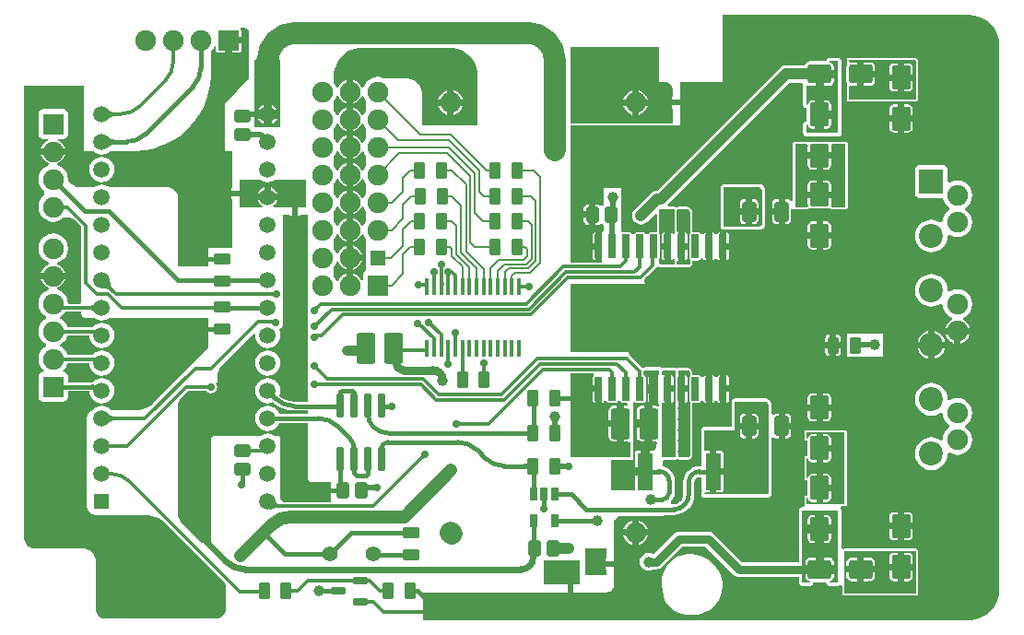
<source format=gbl>
G04 Layer_Physical_Order=2*
G04 Layer_Color=16711680*
%FSLAX43Y43*%
%MOMM*%
G71*
G01*
G75*
%ADD10C,0.400*%
%ADD14C,1.200*%
%ADD15C,1.000*%
%ADD16C,0.300*%
%ADD17C,2.000*%
%ADD18C,0.750*%
%ADD19C,0.500*%
%ADD20C,2.200*%
%ADD21R,2.200X2.200*%
%ADD22C,1.900*%
%ADD23R,1.900X1.900*%
%ADD24R,1.900X1.900*%
%ADD25R,1.400X1.400*%
%ADD26C,1.500*%
%ADD27C,1.400*%
%ADD28R,1.400X1.400*%
%ADD29C,1.000*%
%ADD30C,0.700*%
%ADD31C,0.600*%
G04:AMPARAMS|DCode=32|XSize=1.28mm|YSize=1.87mm|CornerRadius=0.16mm|HoleSize=0mm|Usage=FLASHONLY|Rotation=180.000|XOffset=0mm|YOffset=0mm|HoleType=Round|Shape=RoundedRectangle|*
%AMROUNDEDRECTD32*
21,1,1.280,1.550,0,0,180.0*
21,1,0.960,1.870,0,0,180.0*
1,1,0.320,-0.480,0.775*
1,1,0.320,0.480,0.775*
1,1,0.320,0.480,-0.775*
1,1,0.320,-0.480,-0.775*
%
%ADD32ROUNDEDRECTD32*%
G04:AMPARAMS|DCode=33|XSize=1.74mm|YSize=2.17mm|CornerRadius=0.217mm|HoleSize=0mm|Usage=FLASHONLY|Rotation=180.000|XOffset=0mm|YOffset=0mm|HoleType=Round|Shape=RoundedRectangle|*
%AMROUNDEDRECTD33*
21,1,1.740,1.735,0,0,180.0*
21,1,1.305,2.170,0,0,180.0*
1,1,0.435,-0.652,0.868*
1,1,0.435,0.652,0.868*
1,1,0.435,0.652,-0.868*
1,1,0.435,-0.652,-0.868*
%
%ADD33ROUNDEDRECTD33*%
G04:AMPARAMS|DCode=34|XSize=1.74mm|YSize=2.17mm|CornerRadius=0.217mm|HoleSize=0mm|Usage=FLASHONLY|Rotation=270.000|XOffset=0mm|YOffset=0mm|HoleType=Round|Shape=RoundedRectangle|*
%AMROUNDEDRECTD34*
21,1,1.740,1.735,0,0,270.0*
21,1,1.305,2.170,0,0,270.0*
1,1,0.435,-0.868,-0.652*
1,1,0.435,-0.868,0.652*
1,1,0.435,0.868,0.652*
1,1,0.435,0.868,-0.652*
%
%ADD34ROUNDEDRECTD34*%
G04:AMPARAMS|DCode=35|XSize=0.68mm|YSize=2.17mm|CornerRadius=0.085mm|HoleSize=0mm|Usage=FLASHONLY|Rotation=180.000|XOffset=0mm|YOffset=0mm|HoleType=Round|Shape=RoundedRectangle|*
%AMROUNDEDRECTD35*
21,1,0.680,2.000,0,0,180.0*
21,1,0.510,2.170,0,0,180.0*
1,1,0.170,-0.255,1.000*
1,1,0.170,0.255,1.000*
1,1,0.170,0.255,-1.000*
1,1,0.170,-0.255,-1.000*
%
%ADD35ROUNDEDRECTD35*%
G04:AMPARAMS|DCode=36|XSize=1.21mm|YSize=1.46mm|CornerRadius=0.151mm|HoleSize=0mm|Usage=FLASHONLY|Rotation=90.000|XOffset=0mm|YOffset=0mm|HoleType=Round|Shape=RoundedRectangle|*
%AMROUNDEDRECTD36*
21,1,1.210,1.157,0,0,90.0*
21,1,0.907,1.460,0,0,90.0*
1,1,0.302,0.579,0.454*
1,1,0.302,0.579,-0.454*
1,1,0.302,-0.579,-0.454*
1,1,0.302,-0.579,0.454*
%
%ADD36ROUNDEDRECTD36*%
G04:AMPARAMS|DCode=37|XSize=1.21mm|YSize=1.46mm|CornerRadius=0.151mm|HoleSize=0mm|Usage=FLASHONLY|Rotation=0.000|XOffset=0mm|YOffset=0mm|HoleType=Round|Shape=RoundedRectangle|*
%AMROUNDEDRECTD37*
21,1,1.210,1.157,0,0,0.0*
21,1,0.907,1.460,0,0,0.0*
1,1,0.302,0.454,-0.579*
1,1,0.302,-0.454,-0.579*
1,1,0.302,-0.454,0.579*
1,1,0.302,0.454,0.579*
%
%ADD37ROUNDEDRECTD37*%
G04:AMPARAMS|DCode=38|XSize=1.76mm|YSize=2.82mm|CornerRadius=0.22mm|HoleSize=0mm|Usage=FLASHONLY|Rotation=0.000|XOffset=0mm|YOffset=0mm|HoleType=Round|Shape=RoundedRectangle|*
%AMROUNDEDRECTD38*
21,1,1.760,2.380,0,0,0.0*
21,1,1.320,2.820,0,0,0.0*
1,1,0.440,0.660,-1.190*
1,1,0.440,-0.660,-1.190*
1,1,0.440,-0.660,1.190*
1,1,0.440,0.660,1.190*
%
%ADD38ROUNDEDRECTD38*%
G04:AMPARAMS|DCode=39|XSize=1.53mm|YSize=1.02mm|CornerRadius=0.128mm|HoleSize=0mm|Usage=FLASHONLY|Rotation=90.000|XOffset=0mm|YOffset=0mm|HoleType=Round|Shape=RoundedRectangle|*
%AMROUNDEDRECTD39*
21,1,1.530,0.765,0,0,90.0*
21,1,1.275,1.020,0,0,90.0*
1,1,0.255,0.383,0.637*
1,1,0.255,0.383,-0.637*
1,1,0.255,-0.383,-0.637*
1,1,0.255,-0.383,0.637*
%
%ADD39ROUNDEDRECTD39*%
G04:AMPARAMS|DCode=40|XSize=1.53mm|YSize=1.02mm|CornerRadius=0.128mm|HoleSize=0mm|Usage=FLASHONLY|Rotation=0.000|XOffset=0mm|YOffset=0mm|HoleType=Round|Shape=RoundedRectangle|*
%AMROUNDEDRECTD40*
21,1,1.530,0.765,0,0,0.0*
21,1,1.275,1.020,0,0,0.0*
1,1,0.255,0.637,-0.383*
1,1,0.255,-0.637,-0.383*
1,1,0.255,-0.637,0.383*
1,1,0.255,0.637,0.383*
%
%ADD40ROUNDEDRECTD40*%
%ADD41R,1.450X3.430*%
G04:AMPARAMS|DCode=42|XSize=0.61mm|YSize=1.26mm|CornerRadius=0.076mm|HoleSize=0mm|Usage=FLASHONLY|Rotation=180.000|XOffset=0mm|YOffset=0mm|HoleType=Round|Shape=RoundedRectangle|*
%AMROUNDEDRECTD42*
21,1,0.610,1.107,0,0,180.0*
21,1,0.458,1.260,0,0,180.0*
1,1,0.152,-0.229,0.554*
1,1,0.152,0.229,0.554*
1,1,0.152,0.229,-0.554*
1,1,0.152,-0.229,-0.554*
%
%ADD42ROUNDEDRECTD42*%
G04:AMPARAMS|DCode=43|XSize=1.47mm|YSize=0.41mm|CornerRadius=0.051mm|HoleSize=0mm|Usage=FLASHONLY|Rotation=270.000|XOffset=0mm|YOffset=0mm|HoleType=Round|Shape=RoundedRectangle|*
%AMROUNDEDRECTD43*
21,1,1.470,0.307,0,0,270.0*
21,1,1.367,0.410,0,0,270.0*
1,1,0.102,-0.154,-0.684*
1,1,0.102,-0.154,0.684*
1,1,0.102,0.154,0.684*
1,1,0.102,0.154,-0.684*
%
%ADD43ROUNDEDRECTD43*%
%ADD44R,16.650X6.350*%
G04:AMPARAMS|DCode=45|XSize=0.71mm|YSize=2.19mm|CornerRadius=0.089mm|HoleSize=0mm|Usage=FLASHONLY|Rotation=0.000|XOffset=0mm|YOffset=0mm|HoleType=Round|Shape=RoundedRectangle|*
%AMROUNDEDRECTD45*
21,1,0.710,2.013,0,0,0.0*
21,1,0.532,2.190,0,0,0.0*
1,1,0.177,0.266,-1.006*
1,1,0.177,-0.266,-1.006*
1,1,0.177,-0.266,1.006*
1,1,0.177,0.266,1.006*
%
%ADD45ROUNDEDRECTD45*%
G04:AMPARAMS|DCode=46|XSize=0.92mm|YSize=1.08mm|CornerRadius=0.115mm|HoleSize=0mm|Usage=FLASHONLY|Rotation=270.000|XOffset=0mm|YOffset=0mm|HoleType=Round|Shape=RoundedRectangle|*
%AMROUNDEDRECTD46*
21,1,0.920,0.850,0,0,270.0*
21,1,0.690,1.080,0,0,270.0*
1,1,0.230,-0.425,-0.345*
1,1,0.230,-0.425,0.345*
1,1,0.230,0.425,0.345*
1,1,0.230,0.425,-0.345*
%
%ADD46ROUNDEDRECTD46*%
G04:AMPARAMS|DCode=47|XSize=0.92mm|YSize=1.08mm|CornerRadius=0.115mm|HoleSize=0mm|Usage=FLASHONLY|Rotation=180.000|XOffset=0mm|YOffset=0mm|HoleType=Round|Shape=RoundedRectangle|*
%AMROUNDEDRECTD47*
21,1,0.920,0.850,0,0,180.0*
21,1,0.690,1.080,0,0,180.0*
1,1,0.230,-0.345,0.425*
1,1,0.230,0.345,0.425*
1,1,0.230,0.345,-0.425*
1,1,0.230,-0.345,-0.425*
%
%ADD47ROUNDEDRECTD47*%
G04:AMPARAMS|DCode=48|XSize=0.61mm|YSize=1.35mm|CornerRadius=0.076mm|HoleSize=0mm|Usage=FLASHONLY|Rotation=90.000|XOffset=0mm|YOffset=0mm|HoleType=Round|Shape=RoundedRectangle|*
%AMROUNDEDRECTD48*
21,1,0.610,1.198,0,0,90.0*
21,1,0.458,1.350,0,0,90.0*
1,1,0.152,0.599,0.229*
1,1,0.152,0.599,-0.229*
1,1,0.152,-0.599,-0.229*
1,1,0.152,-0.599,0.229*
%
%ADD48ROUNDEDRECTD48*%
%ADD49C,0.900*%
%ADD50C,0.200*%
%ADD51R,0.600X1.600*%
%ADD52R,1.600X0.600*%
G36*
X7950Y19199D02*
X8090Y19079D01*
X8158Y19030D01*
X8224Y18989D01*
X8288Y18955D01*
X8350Y18929D01*
X8411Y18910D01*
X8470Y18899D01*
X8527Y18895D01*
Y18595D01*
X8470Y18592D01*
X8411Y18580D01*
X8350Y18562D01*
X8288Y18535D01*
X8224Y18502D01*
X8158Y18460D01*
X8090Y18412D01*
X8021Y18355D01*
X7878Y18220D01*
Y19270D01*
X7950Y19199D01*
D02*
G37*
G36*
X7941Y44609D02*
X8005Y44553D01*
X8069Y44505D01*
X8132Y44462D01*
X8196Y44427D01*
X8260Y44397D01*
X8324Y44375D01*
X8387Y44358D01*
X8451Y44349D01*
X8515Y44345D01*
Y43945D01*
X8451Y43942D01*
X8387Y43932D01*
X8324Y43916D01*
X8260Y43893D01*
X8196Y43864D01*
X8132Y43828D01*
X8069Y43786D01*
X8005Y43737D01*
X7941Y43682D01*
X7878Y43620D01*
Y44670D01*
X7941Y44609D01*
D02*
G37*
G36*
X40136Y18491D02*
X40158Y18475D01*
X40181Y18461D01*
X40206Y18448D01*
X40233Y18438D01*
X40261Y18429D01*
X40291Y18423D01*
X40324Y18418D01*
X40357Y18415D01*
X40393Y18414D01*
Y18114D01*
X40357Y18113D01*
X40324Y18110D01*
X40291Y18106D01*
X40261Y18099D01*
X40233Y18091D01*
X40206Y18080D01*
X40181Y18068D01*
X40158Y18053D01*
X40136Y18037D01*
X40117Y18019D01*
Y18509D01*
X40136Y18491D01*
D02*
G37*
G36*
X60067Y23164D02*
Y22619D01*
X60034Y22569D01*
X60011Y22457D01*
Y20444D01*
X60034Y20331D01*
X60067Y20282D01*
Y19710D01*
X60061Y19664D01*
X60067Y19618D01*
X60067Y18710D01*
X60061Y18664D01*
X60067Y18618D01*
Y17710D01*
X60061Y17664D01*
X60067Y17618D01*
Y16710D01*
X60061Y16664D01*
X60067Y16618D01*
X60067Y15710D01*
X60061Y15664D01*
X60067Y15618D01*
Y15164D01*
X58857Y15164D01*
X58767Y15254D01*
X58767Y19862D01*
X58771Y19882D01*
Y20124D01*
X58806Y20158D01*
X58894Y20191D01*
X58923Y20172D01*
X59002Y20156D01*
Y21450D01*
Y22744D01*
X58923Y22729D01*
X58894Y22709D01*
X58805Y22743D01*
X58771Y22777D01*
Y23037D01*
X58898Y23164D01*
X60067Y23164D01*
D02*
G37*
G36*
X3568Y40618D02*
X3574Y40542D01*
X3584Y40471D01*
X3599Y40403D01*
X3618Y40339D01*
X3642Y40278D01*
X3669Y40222D01*
X3702Y40169D01*
X3739Y40120D01*
X3780Y40074D01*
X3497Y39792D01*
X3452Y39833D01*
X3403Y39869D01*
X3350Y39902D01*
X3293Y39930D01*
X3233Y39953D01*
X3169Y39972D01*
X3101Y39987D01*
X3029Y39997D01*
X2953Y40003D01*
X2874Y40004D01*
X3567Y40697D01*
X3568Y40618D01*
D02*
G37*
G36*
X26067Y38125D02*
X25554D01*
Y38575D01*
X25538Y38653D01*
X25494Y38719D01*
X25428Y38763D01*
X25350Y38779D01*
X24750D01*
X24672Y38763D01*
X24606Y38719D01*
X24562Y38653D01*
X24546Y38575D01*
Y38125D01*
X23117D01*
X23096Y38166D01*
X23083Y38252D01*
X23260Y38388D01*
X23412Y38586D01*
X23486Y38765D01*
X22582D01*
X21678D01*
X21752Y38586D01*
X21904Y38388D01*
X22081Y38252D01*
X22068Y38166D01*
X22047Y38125D01*
X19975D01*
Y38921D01*
X20450D01*
X20528Y38937D01*
X20594Y38981D01*
X20638Y39047D01*
X20654Y39125D01*
Y39725D01*
X20638Y39803D01*
X20594Y39869D01*
X20528Y39913D01*
X20450Y39929D01*
X19975D01*
Y40664D01*
X21919D01*
X22002Y40601D01*
X22282Y40485D01*
X22582Y40445D01*
X22882Y40485D01*
X23162Y40601D01*
X23245Y40664D01*
X26067D01*
X26067Y38125D01*
D02*
G37*
G36*
X58567Y49664D02*
X59067D01*
X59067Y49664D01*
X59067D01*
X59185Y49654D01*
X59271Y49637D01*
X59399Y49585D01*
X59513Y49508D01*
X59611Y49411D01*
X59687Y49296D01*
X59740Y49168D01*
X59767Y49033D01*
X59767Y48964D01*
X59767Y48254D01*
X59325D01*
X59247Y48238D01*
X59181Y48194D01*
X59137Y48128D01*
X59121Y48050D01*
Y47450D01*
X59137Y47372D01*
X59181Y47306D01*
X59247Y47262D01*
X59325Y47246D01*
X59677D01*
X59767Y47156D01*
X59767Y45839D01*
X50367Y45839D01*
X50367Y49664D01*
Y51564D01*
X50367Y52864D01*
X58567D01*
Y49664D01*
D02*
G37*
G36*
X7950Y47139D02*
X8090Y47019D01*
X8158Y46970D01*
X8224Y46929D01*
X8288Y46895D01*
X8350Y46869D01*
X8411Y46850D01*
X8470Y46839D01*
X8527Y46835D01*
Y46535D01*
X8470Y46532D01*
X8411Y46520D01*
X8350Y46502D01*
X8288Y46475D01*
X8224Y46442D01*
X8158Y46400D01*
X8090Y46352D01*
X8021Y46295D01*
X7878Y46160D01*
Y47210D01*
X7950Y47139D01*
D02*
G37*
G36*
X61167Y23164D02*
X61167D01*
X61281Y23133D01*
X61336Y23078D01*
X61367Y23004D01*
Y22664D01*
X61304Y22569D01*
X61281Y22457D01*
Y20444D01*
X61304Y20331D01*
X61367Y20237D01*
Y15364D01*
X61367Y15364D01*
Y15325D01*
X61336Y15251D01*
X61280Y15195D01*
X61207Y15164D01*
X60367Y15164D01*
X60271Y15279D01*
Y15618D01*
X60268Y15632D01*
X60269Y15645D01*
X60267Y15664D01*
X60269Y15683D01*
X60268Y15697D01*
X60271Y15710D01*
X60271Y16618D01*
X60268Y16632D01*
X60269Y16645D01*
X60267Y16664D01*
X60269Y16683D01*
X60268Y16697D01*
X60271Y16710D01*
Y17618D01*
X60268Y17632D01*
X60269Y17645D01*
X60267Y17664D01*
X60269Y17684D01*
X60268Y17697D01*
X60271Y17710D01*
Y18618D01*
X60268Y18632D01*
X60269Y18645D01*
X60267Y18664D01*
X60269Y18684D01*
X60268Y18697D01*
X60271Y18710D01*
X60271Y19618D01*
X60268Y19632D01*
X60269Y19645D01*
X60267Y19664D01*
X60269Y19684D01*
X60268Y19697D01*
X60271Y19710D01*
Y20121D01*
X60272Y20122D01*
Y21450D01*
Y22779D01*
X60271Y22780D01*
Y23164D01*
X60271Y23164D01*
X61049Y23164D01*
X61167Y23164D01*
D02*
G37*
G36*
X87544Y55736D02*
X88068Y55578D01*
X88550Y55320D01*
X88973Y54973D01*
X89320Y54550D01*
X89578Y54068D01*
X89737Y53544D01*
X89791Y52990D01*
Y3010D01*
X89737Y2456D01*
X89578Y1932D01*
X89320Y1450D01*
X88973Y1027D01*
X88550Y680D01*
X88068Y422D01*
X87544Y264D01*
X87186Y228D01*
X36867Y228D01*
X36867Y2764D01*
X49871Y2764D01*
Y2300D01*
X49887Y2222D01*
X49931Y2156D01*
X49997Y2112D01*
X50075Y2096D01*
X50675D01*
X50753Y2112D01*
X50819Y2156D01*
X50863Y2222D01*
X50879Y2300D01*
Y2764D01*
X53667D01*
X53736Y2768D01*
X53870Y2794D01*
X53997Y2847D01*
X54111Y2923D01*
X54208Y3020D01*
X54284Y3134D01*
X54337Y3261D01*
X54364Y3396D01*
X54367Y3464D01*
X54367Y3464D01*
Y4821D01*
X54825D01*
X54903Y4837D01*
X54969Y4881D01*
X55013Y4947D01*
X55029Y5025D01*
Y5625D01*
X55013Y5703D01*
X54969Y5769D01*
X54903Y5813D01*
X54825Y5829D01*
X54367D01*
Y9133D01*
X54394Y9268D01*
X54447Y9396D01*
X54523Y9511D01*
X54621Y9608D01*
X54735Y9685D01*
X54863Y9737D01*
X54998Y9764D01*
X55067D01*
X55067Y9764D01*
X58967Y9764D01*
Y9854D01*
X59863D01*
X59869Y9856D01*
X60236Y9892D01*
X60594Y10000D01*
X60924Y10177D01*
X61213Y10414D01*
X61450Y10704D01*
X61627Y11034D01*
X61736Y11392D01*
X61772Y11758D01*
X61773Y11764D01*
Y12864D01*
X61770Y12881D01*
X61804Y13054D01*
X61912Y13216D01*
X62073Y13323D01*
X62246Y13358D01*
X62263Y13354D01*
X62451D01*
Y12149D01*
X62463Y12089D01*
X62451Y12071D01*
X62422Y12036D01*
X62418Y12022D01*
X62409Y12009D01*
X62401Y11965D01*
X62388Y11922D01*
X62389Y11907D01*
X62386Y11892D01*
Y11764D01*
X62409Y11647D01*
X62476Y11548D01*
X62575Y11482D01*
X62692Y11458D01*
X68477Y11458D01*
X68477Y11458D01*
X68594Y11482D01*
X68693Y11548D01*
X68783Y11638D01*
X68850Y11737D01*
X68873Y11854D01*
X68873Y11854D01*
X68873Y16919D01*
X68989Y16974D01*
X69073Y16994D01*
X69174Y16926D01*
X69315Y16898D01*
X69495D01*
Y18040D01*
Y19182D01*
X69315D01*
X69174Y19154D01*
X69073Y19086D01*
X68989Y19106D01*
X68873Y19162D01*
X68873Y19964D01*
X68867Y19994D01*
X68867Y20025D01*
X68843Y20142D01*
X68831Y20169D01*
X68826Y20198D01*
X68804Y20251D01*
X68804Y20251D01*
X68804Y20251D01*
X68762Y20313D01*
X68738Y20350D01*
X68738Y20350D01*
X68738Y20350D01*
X68653Y20435D01*
X68653Y20435D01*
X68653Y20435D01*
X68602Y20469D01*
X68554Y20501D01*
X68554Y20501D01*
X68554Y20501D01*
X68444Y20547D01*
X68444Y20547D01*
X68444Y20547D01*
X68392Y20557D01*
X68327Y20570D01*
X68327Y20570D01*
X68327Y20570D01*
X65500Y20570D01*
X65383Y20547D01*
X65284Y20481D01*
X65217Y20381D01*
X65194Y20264D01*
Y17970D01*
X62692Y17970D01*
X62575Y17947D01*
X62476Y17881D01*
X62409Y17781D01*
X62386Y17664D01*
Y15837D01*
X62389Y15822D01*
X62388Y15807D01*
X62401Y15764D01*
X62409Y15719D01*
X62418Y15707D01*
X62422Y15692D01*
X62451Y15658D01*
X62463Y15639D01*
X62451Y15579D01*
Y14374D01*
X62263D01*
X62238Y14369D01*
X61969Y14343D01*
X61686Y14257D01*
X61426Y14118D01*
X61197Y13930D01*
X61010Y13702D01*
X60871Y13441D01*
X60785Y13158D01*
X60758Y12890D01*
X60753Y12864D01*
Y11764D01*
X60756Y11750D01*
X60728Y11533D01*
X60638Y11317D01*
X60496Y11131D01*
X60311Y10989D01*
X60095Y10900D01*
X59877Y10871D01*
X59863Y10874D01*
X59662D01*
X59595Y11074D01*
X59630Y11101D01*
X59818Y11347D01*
X59937Y11633D01*
X59977Y11939D01*
X59977D01*
Y12964D01*
X59979D01*
X59931Y13330D01*
X59790Y13670D01*
X59565Y13963D01*
X59273Y14187D01*
X58932Y14328D01*
X58893Y14333D01*
X58870Y14816D01*
X59008Y14960D01*
X59351Y14960D01*
X59367Y14958D01*
X59383Y14960D01*
X60067Y14960D01*
X60145Y14976D01*
X60217Y15017D01*
X60273Y14983D01*
X60279Y14982D01*
X60289Y14976D01*
X60319Y14970D01*
X60349Y14961D01*
X60358Y14962D01*
X60367Y14960D01*
X60751D01*
X60767Y14958D01*
X60783Y14960D01*
X61207Y14960D01*
X61285Y14976D01*
X61358Y15006D01*
X61424Y15051D01*
X61424Y15051D01*
X61481Y15107D01*
X61525Y15173D01*
X61555Y15246D01*
X61571Y15325D01*
Y15364D01*
X61571Y15364D01*
Y20146D01*
X61576Y20150D01*
X62108D01*
X62221Y20172D01*
X62316Y20236D01*
X62372Y20319D01*
X62468Y20331D01*
X62486D01*
X62582Y20319D01*
X62638Y20236D01*
X62733Y20172D01*
X62812Y20156D01*
Y21450D01*
Y22744D01*
X62733Y22729D01*
X62638Y22665D01*
X62582Y22581D01*
X62486Y22569D01*
X62468D01*
X62372Y22581D01*
X62316Y22665D01*
X62221Y22729D01*
X62108Y22751D01*
X61576D01*
X61571Y22755D01*
Y23004D01*
X61555Y23082D01*
X61555Y23082D01*
X61525Y23156D01*
X61481Y23222D01*
X61481Y23222D01*
X61425Y23278D01*
X61414Y23285D01*
X61405Y23295D01*
X61381Y23307D01*
X61359Y23322D01*
X61346Y23324D01*
X61334Y23330D01*
X61220Y23361D01*
X61193Y23363D01*
X61167Y23368D01*
X61049Y23368D01*
X61049Y23368D01*
X61049Y23368D01*
X60271Y23368D01*
X60239Y23362D01*
X60206Y23358D01*
X60200Y23354D01*
X60193Y23353D01*
X60169Y23337D01*
X60145Y23353D01*
X60067Y23368D01*
X58898Y23368D01*
X58898Y23368D01*
X58820Y23353D01*
X58799Y23357D01*
X58783Y23381D01*
X58684Y23447D01*
X58567Y23470D01*
X57367Y23470D01*
X57329Y23463D01*
X57291Y23460D01*
X57163Y23427D01*
X57140Y23416D01*
X57115Y23411D01*
X56993Y23357D01*
X56985Y23351D01*
X55915Y24421D01*
X55997Y24621D01*
X58367D01*
Y28000D01*
Y31379D01*
X57374D01*
X57291Y31579D01*
X58219Y32507D01*
X58297Y32623D01*
X58297Y32625D01*
X58513Y32692D01*
X58513Y32692D01*
X58579Y32648D01*
X58657Y32632D01*
X59967Y32632D01*
X60045Y32648D01*
X60067Y32662D01*
X60073Y32658D01*
X60083Y32654D01*
X60093Y32648D01*
X60121Y32642D01*
X60148Y32634D01*
X60160Y32635D01*
X60171Y32632D01*
X61277Y32632D01*
X61277Y32632D01*
X61355Y32648D01*
X61421Y32692D01*
X61511Y32782D01*
X61555Y32848D01*
X61571Y32926D01*
Y33246D01*
X61576Y33250D01*
X62108D01*
X62221Y33272D01*
X62316Y33336D01*
X62372Y33419D01*
X62468Y33431D01*
X62486D01*
X62582Y33419D01*
X62638Y33336D01*
X62733Y33272D01*
X62812Y33256D01*
Y34550D01*
Y35844D01*
X62733Y35829D01*
X62638Y35765D01*
X62582Y35681D01*
X62486Y35669D01*
X62468D01*
X62372Y35681D01*
X62316Y35765D01*
X62221Y35829D01*
X62108Y35851D01*
X61576D01*
X61571Y35855D01*
X61571Y37664D01*
X61571Y37664D01*
Y37664D01*
X61567Y37684D01*
X61567Y37705D01*
X61544Y37820D01*
X61536Y37839D01*
X61532Y37858D01*
X61510Y37912D01*
X61465Y37978D01*
X61381Y38063D01*
X61381Y38063D01*
X61348Y38085D01*
X61315Y38107D01*
X61315Y38107D01*
X61205Y38153D01*
X61205Y38153D01*
X61127Y38168D01*
X60289Y38168D01*
X60272Y38165D01*
X60255Y38165D01*
X60234Y38157D01*
X60211Y38153D01*
X60111Y38108D01*
X60045Y38153D01*
X59967Y38168D01*
X59395Y38168D01*
X59312Y38368D01*
X70501Y49557D01*
X71642D01*
X71644Y49556D01*
X71723Y49473D01*
X71741Y49449D01*
X71755Y49421D01*
X71772Y49357D01*
X71770Y49337D01*
X71761Y49292D01*
Y47550D01*
X71770Y47506D01*
X71774Y47462D01*
X71781Y47448D01*
X71784Y47433D01*
X71809Y47396D01*
X71831Y47356D01*
X71842Y47347D01*
X71851Y47334D01*
X71888Y47309D01*
X71923Y47281D01*
X71937Y47276D01*
X71950Y47268D01*
X71994Y47259D01*
X72037Y47246D01*
X72087Y47241D01*
Y46048D01*
X72037Y46043D01*
X71994Y46030D01*
X71950Y46021D01*
X71937Y46012D01*
X71923Y46008D01*
X71888Y45980D01*
X71851Y45955D01*
X71842Y45942D01*
X71831Y45932D01*
X71809Y45893D01*
X71784Y45855D01*
X71781Y45840D01*
X71774Y45827D01*
X71770Y45782D01*
X71761Y45738D01*
Y44964D01*
X71784Y44847D01*
X71851Y44748D01*
X71950Y44682D01*
X72067Y44658D01*
X74967Y44658D01*
X75084Y44682D01*
X75183Y44748D01*
X75250Y44847D01*
X75273Y44964D01*
X75273Y51564D01*
X75250Y51681D01*
X75183Y51781D01*
X75084Y51847D01*
X74967Y51870D01*
X74193Y51870D01*
X74149Y51861D01*
X74104Y51857D01*
X74091Y51850D01*
X74076Y51847D01*
X74039Y51822D01*
X73999Y51801D01*
X73989Y51789D01*
X73977Y51781D01*
X73952Y51743D01*
X73923Y51708D01*
X73919Y51694D01*
X73910Y51681D01*
X73902Y51637D01*
X73889Y51594D01*
X73884Y51544D01*
X72419D01*
X72218Y51504D01*
X72046Y51390D01*
X71932Y51219D01*
X71923Y51171D01*
X70167D01*
X69958Y51144D01*
X69764Y51063D01*
X69596Y50935D01*
X58328Y39666D01*
X58158Y39644D01*
X57964Y39563D01*
X57796Y39435D01*
X56296Y37935D01*
X56168Y37768D01*
X56088Y37573D01*
X56060Y37364D01*
X56088Y37155D01*
X56168Y36961D01*
X56296Y36794D01*
X56464Y36665D01*
X56658Y36585D01*
X56867Y36557D01*
X57076Y36585D01*
X57270Y36665D01*
X57438Y36794D01*
X58178Y37534D01*
X58363Y37458D01*
Y35904D01*
X58298Y35851D01*
X57766D01*
X57653Y35829D01*
X57558Y35765D01*
X57502Y35681D01*
X57406Y35669D01*
X57388D01*
X57292Y35681D01*
X57236Y35765D01*
X57141Y35829D01*
X57028Y35851D01*
X56496D01*
X56383Y35829D01*
X56288Y35765D01*
X56232Y35681D01*
X56136Y35669D01*
X56118D01*
X56022Y35681D01*
X55966Y35765D01*
X55871Y35829D01*
X55758Y35851D01*
X55226D01*
X55067Y36020D01*
Y39864D01*
X53467D01*
Y38338D01*
X53405Y38296D01*
X53379Y38258D01*
X53154D01*
X53129Y38296D01*
X53013Y38374D01*
X52876Y38401D01*
X52722D01*
Y37464D01*
Y36527D01*
X52876D01*
X53013Y36555D01*
X53129Y36632D01*
X53336Y36635D01*
X53467Y36507D01*
Y35978D01*
X53431Y35938D01*
X53267Y35841D01*
X53252Y35844D01*
Y34550D01*
Y33123D01*
X53271Y33103D01*
X53287Y33059D01*
X53277Y33021D01*
X50367D01*
X50367Y45635D01*
X59767Y45635D01*
X59787Y45639D01*
X60475D01*
X60475Y47246D01*
X60925D01*
X61003Y47262D01*
X61069Y47306D01*
X61113Y47372D01*
X61129Y47450D01*
Y48050D01*
X61113Y48128D01*
X61069Y48194D01*
X61003Y48238D01*
X60925Y48254D01*
X60475D01*
X60475Y49664D01*
X64367D01*
Y55791D01*
X86990D01*
X87544Y55736D01*
D02*
G37*
G36*
X23767Y51664D02*
X23767Y45464D01*
X21367Y45464D01*
X21367Y51664D01*
X23767Y51664D01*
D02*
G37*
G36*
X40068Y52667D02*
X40530Y52475D01*
X40946Y52197D01*
X41300Y51843D01*
X41578Y51427D01*
X41769Y50965D01*
X41867Y50474D01*
Y48864D01*
Y45664D01*
X36767D01*
X36767Y48564D01*
X36767D01*
X36767Y48564D01*
X36760Y48702D01*
X36707Y48971D01*
X36602Y49224D01*
X36449Y49452D01*
X36255Y49646D01*
X36027Y49799D01*
X35773Y49904D01*
X35504Y49958D01*
X35367Y49964D01*
X33249Y49964D01*
X33019Y50060D01*
X32667Y50106D01*
X32315Y50060D01*
X31986Y49924D01*
X31704Y49707D01*
X31488Y49425D01*
X31357Y49111D01*
X31313Y49098D01*
X31224Y49101D01*
X31131Y49324D01*
X30947Y49564D01*
X30707Y49749D01*
X30427Y49865D01*
X30427Y49865D01*
Y48744D01*
Y47624D01*
X30427Y47624D01*
X30707Y47740D01*
X30947Y47924D01*
X31131Y48164D01*
X31224Y48388D01*
X31313Y48391D01*
X31357Y48378D01*
X31488Y48063D01*
X31567Y47960D01*
Y46988D01*
X31488Y46885D01*
X31357Y46571D01*
X31313Y46558D01*
X31224Y46561D01*
X31131Y46784D01*
X30947Y47024D01*
X30707Y47209D01*
X30427Y47325D01*
X30427Y47325D01*
Y46204D01*
Y45084D01*
X30427Y45084D01*
X30707Y45200D01*
X30947Y45384D01*
X31131Y45624D01*
X31224Y45848D01*
X31313Y45851D01*
X31357Y45838D01*
X31488Y45523D01*
X31567Y45420D01*
Y44448D01*
X31488Y44345D01*
X31357Y44031D01*
X31313Y44018D01*
X31224Y44021D01*
X31131Y44244D01*
X30947Y44484D01*
X30707Y44669D01*
X30427Y44785D01*
X30427Y44785D01*
Y43664D01*
Y42544D01*
X30427Y42544D01*
X30707Y42660D01*
X30947Y42844D01*
X31131Y43084D01*
X31224Y43308D01*
X31313Y43311D01*
X31357Y43298D01*
X31488Y42983D01*
X31567Y42880D01*
Y41908D01*
X31488Y41805D01*
X31357Y41491D01*
X31313Y41478D01*
X31224Y41481D01*
X31131Y41704D01*
X30947Y41944D01*
X30707Y42129D01*
X30427Y42245D01*
X30427Y42245D01*
Y41124D01*
Y40004D01*
X30427Y40004D01*
X30707Y40120D01*
X30947Y40304D01*
X31131Y40544D01*
X31224Y40768D01*
X31313Y40771D01*
X31357Y40758D01*
X31488Y40443D01*
X31567Y40340D01*
X31567Y39368D01*
X31488Y39265D01*
X31357Y38951D01*
X31313Y38938D01*
X31224Y38941D01*
X31131Y39164D01*
X30947Y39404D01*
X30707Y39589D01*
X30427Y39705D01*
X30427Y39705D01*
Y38584D01*
Y37464D01*
X30427Y37464D01*
X30707Y37580D01*
X30947Y37764D01*
X31131Y38004D01*
X31224Y38228D01*
X31313Y38231D01*
X31357Y38218D01*
X31488Y37903D01*
X31567Y37800D01*
Y36828D01*
X31488Y36725D01*
X31357Y36411D01*
X31313Y36398D01*
X31224Y36401D01*
X31131Y36624D01*
X30947Y36864D01*
X30707Y37049D01*
X30427Y37165D01*
X30427Y37165D01*
Y36044D01*
Y34924D01*
X30427Y34924D01*
X30707Y35040D01*
X30947Y35224D01*
X31131Y35464D01*
X31224Y35688D01*
X31313Y35691D01*
X31357Y35678D01*
X31488Y35363D01*
X31567Y35260D01*
Y34244D01*
X31559Y34204D01*
Y32804D01*
X31567Y32765D01*
Y32292D01*
X31561Y32291D01*
X31429Y32203D01*
X31340Y32070D01*
X31309Y31914D01*
Y31447D01*
X31182Y31422D01*
X31131Y31544D01*
X30947Y31784D01*
X30707Y31969D01*
X30427Y32085D01*
X30427Y32085D01*
Y30964D01*
X29827D01*
Y32085D01*
X29827Y32085D01*
X29547Y31969D01*
X29307Y31784D01*
X29122Y31544D01*
X29030Y31321D01*
X28941Y31318D01*
X28896Y31331D01*
X28766Y31645D01*
X28667Y31774D01*
Y32694D01*
X28766Y32823D01*
X28896Y33138D01*
X28941Y33151D01*
X29030Y33148D01*
X29122Y32924D01*
X29307Y32684D01*
X29547Y32500D01*
X29827Y32384D01*
X29827Y32384D01*
Y33504D01*
Y34625D01*
X29827Y34625D01*
X29547Y34509D01*
X29307Y34324D01*
X29122Y34084D01*
X29030Y33861D01*
X28941Y33858D01*
X28896Y33871D01*
X28766Y34185D01*
X28667Y34314D01*
Y35234D01*
X28766Y35363D01*
X28896Y35678D01*
X28941Y35691D01*
X29030Y35688D01*
X29122Y35464D01*
X29307Y35224D01*
X29547Y35040D01*
X29827Y34924D01*
X29827Y34924D01*
Y36044D01*
Y37165D01*
X29827Y37165D01*
X29547Y37049D01*
X29307Y36864D01*
X29122Y36624D01*
X29030Y36401D01*
X28941Y36398D01*
X28896Y36411D01*
X28766Y36725D01*
X28667Y36854D01*
Y37774D01*
X28766Y37903D01*
X28896Y38218D01*
X28941Y38231D01*
X29030Y38228D01*
X29122Y38004D01*
X29307Y37764D01*
X29547Y37580D01*
X29827Y37464D01*
X29827Y37464D01*
Y38584D01*
Y39705D01*
X29827Y39705D01*
X29547Y39589D01*
X29307Y39404D01*
X29122Y39164D01*
X29030Y38941D01*
X28941Y38938D01*
X28896Y38951D01*
X28766Y39265D01*
X28667Y39394D01*
Y40314D01*
X28766Y40443D01*
X28896Y40758D01*
X28941Y40771D01*
X29030Y40768D01*
X29122Y40544D01*
X29307Y40304D01*
X29547Y40120D01*
X29827Y40004D01*
X29827Y40004D01*
Y41124D01*
Y42245D01*
X29827Y42245D01*
X29547Y42129D01*
X29307Y41944D01*
X29122Y41704D01*
X29030Y41481D01*
X28941Y41478D01*
X28896Y41491D01*
X28766Y41805D01*
X28667Y41934D01*
Y42854D01*
X28766Y42983D01*
X28896Y43298D01*
X28941Y43311D01*
X29030Y43308D01*
X29122Y43084D01*
X29307Y42844D01*
X29547Y42660D01*
X29827Y42544D01*
X29827Y42544D01*
Y43664D01*
Y44785D01*
X29827Y44785D01*
X29547Y44669D01*
X29307Y44484D01*
X29122Y44244D01*
X29030Y44021D01*
X28941Y44018D01*
X28896Y44031D01*
X28766Y44345D01*
X28667Y44474D01*
Y45394D01*
X28766Y45523D01*
X28896Y45838D01*
X28941Y45851D01*
X29030Y45848D01*
X29122Y45624D01*
X29307Y45384D01*
X29547Y45200D01*
X29827Y45084D01*
X29827Y45084D01*
Y46204D01*
Y47325D01*
X29827Y47325D01*
X29547Y47209D01*
X29307Y47024D01*
X29122Y46784D01*
X29030Y46561D01*
X28941Y46558D01*
X28896Y46571D01*
X28766Y46885D01*
X28667Y47014D01*
Y47934D01*
X28766Y48063D01*
X28896Y48378D01*
X28941Y48391D01*
X29030Y48388D01*
X29122Y48164D01*
X29307Y47924D01*
X29547Y47740D01*
X29827Y47624D01*
X29827Y47624D01*
Y48744D01*
Y49865D01*
X29827Y49865D01*
X29547Y49749D01*
X29307Y49564D01*
X29122Y49324D01*
X29030Y49101D01*
X28941Y49098D01*
X28896Y49111D01*
X28766Y49425D01*
X28667Y49554D01*
Y50474D01*
X28765Y50965D01*
X28956Y51427D01*
X29234Y51843D01*
X29588Y52197D01*
X30004Y52475D01*
X30466Y52667D01*
X30957Y52764D01*
X39577D01*
X40068Y52667D01*
D02*
G37*
G36*
X3433Y38590D02*
X3561Y38481D01*
X3623Y38437D01*
X3684Y38399D01*
X3744Y38369D01*
X3803Y38345D01*
X3860Y38328D01*
X3916Y38318D01*
X3971Y38314D01*
Y38014D01*
X3916Y38011D01*
X3860Y38001D01*
X3803Y37984D01*
X3744Y37960D01*
X3684Y37929D01*
X3623Y37892D01*
X3561Y37848D01*
X3498Y37797D01*
X3367Y37674D01*
Y38654D01*
X3433Y38590D01*
D02*
G37*
G36*
X27345Y28930D02*
X27320Y28904D01*
X27298Y28878D01*
X27279Y28852D01*
X27262Y28826D01*
X27248Y28800D01*
X27237Y28773D01*
X27228Y28747D01*
X27222Y28721D01*
X27218Y28694D01*
X27217Y28668D01*
X26870Y29014D01*
X26897Y29015D01*
X26923Y29019D01*
X26950Y29025D01*
X26976Y29034D01*
X27003Y29045D01*
X27029Y29060D01*
X27055Y29076D01*
X27081Y29096D01*
X27107Y29118D01*
X27133Y29142D01*
X27345Y28930D01*
D02*
G37*
G36*
X23117Y29919D02*
X23097Y29937D01*
X23076Y29953D01*
X23053Y29968D01*
X23028Y29980D01*
X23001Y29991D01*
X22973Y29999D01*
X22943Y30006D01*
X22910Y30010D01*
X22876Y30013D01*
X22841Y30014D01*
Y30314D01*
X22876Y30315D01*
X22910Y30318D01*
X22943Y30323D01*
X22973Y30329D01*
X23001Y30338D01*
X23028Y30348D01*
X23053Y30361D01*
X23076Y30375D01*
X23097Y30391D01*
X23117Y30409D01*
Y29919D01*
D02*
G37*
G36*
X8093Y31336D02*
X8107Y31152D01*
X8120Y31070D01*
X8138Y30994D01*
X8159Y30925D01*
X8185Y30862D01*
X8214Y30806D01*
X8248Y30757D01*
X8286Y30714D01*
X8074Y30501D01*
X8031Y30539D01*
X7981Y30573D01*
X7925Y30603D01*
X7862Y30628D01*
X7793Y30649D01*
X7717Y30667D01*
X7635Y30680D01*
X7546Y30689D01*
X7349Y30695D01*
X8092Y31438D01*
X8093Y31336D01*
D02*
G37*
G36*
X27423Y26214D02*
X27387Y26213D01*
X27353Y26210D01*
X27323Y26205D01*
X27297Y26197D01*
X27274Y26187D01*
X27255Y26175D01*
X27239Y26161D01*
X27226Y26145D01*
X27217Y26127D01*
X27212Y26106D01*
X26958Y26502D01*
X27078Y26514D01*
X27423Y26214D01*
D02*
G37*
G36*
X27345Y27430D02*
X27321Y27404D01*
X27299Y27378D01*
X27279Y27352D01*
X27262Y27326D01*
X27248Y27300D01*
X27237Y27274D01*
X27228Y27247D01*
X27222Y27221D01*
X27218Y27194D01*
X27217Y27168D01*
X26870Y27514D01*
X26897Y27515D01*
X26924Y27519D01*
X26950Y27525D01*
X26976Y27534D01*
X27003Y27546D01*
X27029Y27560D01*
X27055Y27577D01*
X27081Y27596D01*
X27107Y27618D01*
X27133Y27642D01*
X27345Y27430D01*
D02*
G37*
G36*
X6806Y28380D02*
X6734Y28452D01*
X6594Y28572D01*
X6526Y28620D01*
X6460Y28662D01*
X6396Y28695D01*
X6334Y28722D01*
X6273Y28740D01*
X6214Y28752D01*
X6157Y28755D01*
Y29055D01*
X6214Y29059D01*
X6273Y29070D01*
X6334Y29089D01*
X6396Y29115D01*
X6460Y29149D01*
X6526Y29190D01*
X6594Y29239D01*
X6663Y29295D01*
X6806Y29430D01*
Y28380D01*
D02*
G37*
G36*
X58567Y23164D02*
Y22777D01*
X58440Y22709D01*
X58432Y22714D01*
Y21450D01*
Y20186D01*
X58440Y20191D01*
X58567Y20124D01*
Y19882D01*
X58440Y19814D01*
X58386Y19850D01*
X58222Y19883D01*
X57962D01*
Y18264D01*
Y16646D01*
X58222D01*
X58285Y16659D01*
X58386Y16549D01*
X58186Y15833D01*
X58058Y15769D01*
X58042Y15770D01*
X57977Y15783D01*
X57652D01*
Y13864D01*
X57252D01*
Y13702D01*
Y13464D01*
X56323D01*
Y12164D01*
X54117D01*
Y14914D01*
X56167D01*
X56167Y20188D01*
X56258Y20224D01*
X56294Y20232D01*
X56383Y20172D01*
X56496Y20150D01*
X57028D01*
X57141Y20172D01*
X57236Y20236D01*
X57300Y20331D01*
X57323Y20444D01*
Y22457D01*
X57300Y22569D01*
X57236Y22665D01*
X57141Y22729D01*
X57119Y22733D01*
Y23069D01*
X57117Y23077D01*
X57239Y23131D01*
X57367Y23164D01*
X58567Y23164D01*
D02*
G37*
G36*
X59967Y37964D02*
Y37382D01*
X59961Y37336D01*
X59967Y37290D01*
Y36382D01*
X59961Y36336D01*
X59967Y36290D01*
X59967Y35683D01*
X59840Y35669D01*
X59776Y35765D01*
X59681Y35829D01*
X59602Y35844D01*
Y34550D01*
Y33256D01*
X59681Y33272D01*
X59776Y33336D01*
X59840Y33431D01*
X59967Y33418D01*
Y32836D01*
X58657Y32836D01*
X58567Y32926D01*
Y33427D01*
X58570Y33431D01*
X58593Y33544D01*
Y35557D01*
X58570Y35669D01*
X58567Y35674D01*
Y37964D01*
X59967Y37964D01*
D02*
G37*
G36*
X23253Y20945D02*
X23255Y20934D01*
X23260Y20919D01*
X23269Y20903D01*
X23282Y20883D01*
X23298Y20862D01*
X23342Y20811D01*
X23400Y20750D01*
X23118Y20467D01*
X23086Y20498D01*
X22984Y20586D01*
X22965Y20598D01*
X22948Y20607D01*
X22934Y20613D01*
X22922Y20614D01*
X22913Y20612D01*
X23255Y20955D01*
X23253Y20945D01*
D02*
G37*
G36*
X61127Y37964D02*
X61237Y37919D01*
X61321Y37834D01*
X61344Y37780D01*
X61367Y37664D01*
Y37664D01*
X61367Y37664D01*
X61367Y37664D01*
X61367Y35764D01*
X61304Y35669D01*
X61281Y35557D01*
Y33544D01*
X61304Y33431D01*
X61367Y33337D01*
Y32926D01*
X61277Y32836D01*
X60171Y32836D01*
X60171Y32836D01*
Y33147D01*
X60272Y33230D01*
Y34550D01*
Y35871D01*
X60171Y35954D01*
X60171Y36290D01*
X60168Y36304D01*
X60169Y36317D01*
X60167Y36336D01*
X60169Y36356D01*
X60168Y36369D01*
X60171Y36382D01*
Y37290D01*
X60168Y37304D01*
X60169Y37317D01*
X60167Y37336D01*
X60169Y37355D01*
X60168Y37369D01*
X60171Y37382D01*
Y37858D01*
X60237Y37932D01*
X60289Y37964D01*
X61127Y37964D01*
D02*
G37*
G36*
X55690Y33488D02*
X55680Y33479D01*
X55671Y33464D01*
X55663Y33442D01*
X55657Y33415D01*
X55651Y33382D01*
X55647Y33343D01*
X55642Y33247D01*
X55642Y33189D01*
X55342D01*
X55342Y33247D01*
X55333Y33382D01*
X55327Y33415D01*
X55321Y33442D01*
X55313Y33464D01*
X55304Y33479D01*
X55294Y33488D01*
X55282Y33491D01*
X55702D01*
X55690Y33488D01*
D02*
G37*
G36*
X24546Y37464D02*
Y36975D01*
X24562Y36897D01*
X24606Y36831D01*
X24672Y36786D01*
X24750Y36771D01*
X25350D01*
X25428Y36786D01*
X25494Y36831D01*
X25538Y36897D01*
X25554Y36975D01*
Y37464D01*
X26267D01*
Y36360D01*
X26225Y36044D01*
X26267Y35728D01*
Y33820D01*
X26225Y33504D01*
X26267Y33188D01*
Y31280D01*
X26225Y30964D01*
X26267Y30648D01*
Y24264D01*
Y20272D01*
X25055D01*
X25037Y20268D01*
X24638Y20308D01*
X24237Y20429D01*
X23867Y20627D01*
X23634Y20819D01*
X23702Y20985D01*
X23742Y21285D01*
X23702Y21586D01*
X23586Y21865D01*
X23402Y22105D01*
X23162Y22290D01*
X22882Y22406D01*
X22582Y22445D01*
X22282Y22406D01*
X22002Y22290D01*
X21762Y22105D01*
X21577Y21865D01*
X21462Y21586D01*
X21422Y21285D01*
X21462Y20985D01*
X21577Y20705D01*
X21762Y20465D01*
X22002Y20281D01*
X22282Y20165D01*
X22582Y20125D01*
X22882Y20165D01*
X23063Y20240D01*
X23322Y20018D01*
X23716Y19777D01*
X24144Y19600D01*
X24594Y19492D01*
X25055Y19455D01*
Y19456D01*
X26267D01*
Y19153D01*
X23658D01*
X23586Y19325D01*
X23402Y19565D01*
X23162Y19750D01*
X22882Y19866D01*
X22582Y19905D01*
X22282Y19866D01*
X22002Y19750D01*
X21762Y19565D01*
X21577Y19325D01*
X21462Y19045D01*
X21422Y18745D01*
X21462Y18445D01*
X21577Y18165D01*
X21762Y17925D01*
X22002Y17741D01*
X22282Y17625D01*
X22582Y17585D01*
X22882Y17625D01*
X23162Y17741D01*
X23402Y17925D01*
X23586Y18165D01*
X23658Y18337D01*
X26267D01*
Y17464D01*
X26267Y13264D01*
X26275Y13186D01*
X26334Y13042D01*
X26445Y12932D01*
X26589Y12872D01*
X26667Y12864D01*
X28367Y12864D01*
X28367Y11064D01*
X24167Y11064D01*
X24087Y11064D01*
X23940Y11125D01*
X23828Y11238D01*
X23767Y11385D01*
X23767Y11464D01*
X23767Y16839D01*
X23767D01*
X23761Y16903D01*
X23712Y17020D01*
X23623Y17110D01*
X23505Y17158D01*
X23442Y17164D01*
X23221D01*
X23162Y17210D01*
X22882Y17326D01*
X22582Y17365D01*
X22282Y17326D01*
X22002Y17210D01*
X21943Y17164D01*
X17692D01*
Y17164D01*
X17629Y17158D01*
X17511Y17110D01*
X17422Y17020D01*
X17373Y16903D01*
X17367Y16839D01*
X17367Y9664D01*
X17367Y7264D01*
X16567Y7264D01*
X14708Y9123D01*
X14708Y9123D01*
Y9123D01*
X14621Y9214D01*
X14500Y9395D01*
X14412Y9607D01*
X14367Y9832D01*
X14367Y9947D01*
X14367Y17164D01*
X14367Y19952D01*
X14367Y20050D01*
X14405Y20242D01*
X14480Y20423D01*
X14580Y20572D01*
X15265Y21257D01*
X16944D01*
X16970Y21218D01*
X17152Y21096D01*
X17367Y21053D01*
X17582Y21096D01*
X17763Y21218D01*
X17885Y21400D01*
X17928Y21614D01*
X17885Y21829D01*
X17823Y21922D01*
X17859Y22040D01*
X17941Y22123D01*
X17986Y22231D01*
X17992Y22289D01*
X17992Y22692D01*
X17992Y22810D01*
X18038Y23042D01*
X18129Y23261D01*
X18260Y23457D01*
X18344Y23541D01*
X21321Y26518D01*
X21435Y26462D01*
X21422Y26365D01*
X21462Y26065D01*
X21577Y25785D01*
X21762Y25545D01*
X22002Y25361D01*
X22282Y25245D01*
X22582Y25205D01*
X22882Y25245D01*
X23162Y25361D01*
X23402Y25545D01*
X23586Y25785D01*
X23702Y26065D01*
X23742Y26365D01*
X23702Y26666D01*
X23627Y26847D01*
X23627Y26866D01*
X23695Y27003D01*
X23779Y27038D01*
X23896Y27155D01*
X23959Y27307D01*
X23967Y27389D01*
X23967Y37464D01*
X24546D01*
D02*
G37*
G36*
X58363Y14067D02*
X58369Y14066D01*
X58412Y14065D01*
X58567Y14064D01*
Y13664D01*
X58361Y13661D01*
Y14067D01*
X58363Y14067D01*
D02*
G37*
G36*
X53667Y5829D02*
X53225D01*
X53147Y5813D01*
X53081Y5769D01*
X53037Y5703D01*
X53021Y5625D01*
Y5025D01*
X53037Y4947D01*
X53081Y4881D01*
X53147Y4837D01*
X53225Y4821D01*
X53667D01*
Y4364D01*
X51767D01*
Y6764D01*
X53667D01*
Y5829D01*
D02*
G37*
G36*
X46523Y13964D02*
X46519Y14002D01*
X46507Y14036D01*
X46487Y14066D01*
X46459Y14092D01*
X46422Y14114D01*
X46378Y14132D01*
X46326Y14146D01*
X46265Y14156D01*
X46197Y14162D01*
X46120Y14164D01*
Y14564D01*
X46197Y14566D01*
X46265Y14572D01*
X46326Y14582D01*
X46378Y14596D01*
X46422Y14614D01*
X46459Y14636D01*
X46487Y14662D01*
X46507Y14692D01*
X46519Y14726D01*
X46523Y14764D01*
Y13964D01*
D02*
G37*
G36*
X74967Y51564D02*
X74967Y44964D01*
X72067Y44964D01*
Y45738D01*
X72194Y45751D01*
X72221Y45614D01*
X72313Y45476D01*
X72452Y45384D01*
X72614Y45351D01*
X72867D01*
Y46644D01*
Y47937D01*
X72614D01*
X72452Y47905D01*
X72313Y47813D01*
X72221Y47675D01*
X72194Y47538D01*
X72067Y47550D01*
Y49292D01*
X72194Y49360D01*
X72257Y49319D01*
X72419Y49286D01*
X72887D01*
Y50364D01*
X73287D01*
Y50764D01*
X74580D01*
Y51017D01*
X74548Y51180D01*
X74455Y51318D01*
X74317Y51410D01*
X74180Y51437D01*
X74193Y51564D01*
X74967Y51564D01*
D02*
G37*
G36*
X23339Y11135D02*
X23357Y11068D01*
X23381Y11008D01*
X23411Y10957D01*
X23447Y10913D01*
X23488Y10878D01*
X23536Y10850D01*
X23589Y10830D01*
X23649Y10818D01*
X23714Y10814D01*
X23624Y10514D01*
X23550Y10513D01*
X23311Y10495D01*
X23137Y10471D01*
X22753Y10395D01*
X23327Y11210D01*
X23339Y11135D01*
D02*
G37*
G36*
X68327Y20264D02*
X68437Y20219D01*
X68521Y20134D01*
X68543Y20081D01*
X68567Y19964D01*
X68567Y19964D01*
X68567Y19964D01*
X68567Y11854D01*
X68477Y11764D01*
X62692Y11764D01*
Y11892D01*
X62757Y11945D01*
X63182D01*
Y13864D01*
Y15783D01*
X62757D01*
X62692Y15837D01*
Y17664D01*
X65500Y17664D01*
Y20264D01*
X68327Y20264D01*
D02*
G37*
G36*
X51267Y3464D02*
X50879D01*
Y3900D01*
X50863Y3978D01*
X50819Y4044D01*
X50753Y4089D01*
X50675Y4104D01*
X50075D01*
X49997Y4089D01*
X49931Y4044D01*
X49887Y3978D01*
X49871Y3900D01*
Y3464D01*
X47967Y3464D01*
X47967Y5700D01*
X51267Y5700D01*
X51267Y3464D01*
D02*
G37*
G36*
X37013Y15064D02*
X36987Y15063D01*
X36960Y15060D01*
X36934Y15053D01*
X36908Y15044D01*
X36881Y15033D01*
X36855Y15019D01*
X36829Y15002D01*
X36803Y14983D01*
X36777Y14961D01*
X36751Y14936D01*
X36539Y15148D01*
X36563Y15174D01*
X36585Y15200D01*
X36605Y15226D01*
X36621Y15252D01*
X36636Y15279D01*
X36647Y15305D01*
X36656Y15331D01*
X36662Y15358D01*
X36666Y15384D01*
X36667Y15411D01*
X37013Y15064D01*
D02*
G37*
G36*
X16882Y52907D02*
X16833Y52850D01*
X16789Y52792D01*
X16751Y52733D01*
X16719Y52675D01*
X16693Y52615D01*
X16673Y52555D01*
X16659Y52495D01*
X16650Y52435D01*
X16647Y52373D01*
X16247D01*
X16244Y52435D01*
X16235Y52495D01*
X16221Y52555D01*
X16201Y52615D01*
X16174Y52675D01*
X16143Y52733D01*
X16105Y52792D01*
X16061Y52850D01*
X16012Y52907D01*
X15957Y52964D01*
X16937D01*
X16882Y52907D01*
D02*
G37*
G36*
X52530Y22847D02*
X52541Y22707D01*
X52478Y22665D01*
X52414Y22569D01*
X52391Y22457D01*
Y21750D01*
X52952D01*
Y21450D01*
X53252D01*
Y20156D01*
X53331Y20172D01*
X53426Y20236D01*
X53482Y20319D01*
X53578Y20331D01*
X53596D01*
X53692Y20319D01*
X53748Y20236D01*
X53843Y20172D01*
X53956Y20150D01*
X54488D01*
X54601Y20172D01*
X54696Y20236D01*
X54752Y20319D01*
X54848Y20331D01*
X54866D01*
X54962Y20319D01*
X55018Y20236D01*
X55113Y20172D01*
X55226Y20150D01*
X55603D01*
X55696Y20012D01*
X55686Y19992D01*
X55605Y19883D01*
X55272D01*
Y18264D01*
Y16646D01*
X55632D01*
X55661Y16652D01*
X55861Y16500D01*
X55861Y15220D01*
X54117D01*
X54000Y15197D01*
X53951Y15164D01*
X50367D01*
Y18864D01*
X50367Y19664D01*
Y21464D01*
Y22907D01*
X52508D01*
X52530Y22847D01*
D02*
G37*
G36*
X20649Y54590D02*
X20791Y54449D01*
X20860Y54282D01*
X20867Y54164D01*
D01*
X20867Y54047D01*
X20867Y49962D01*
X18676Y47622D01*
X18676Y43264D01*
X19325Y43264D01*
X19325Y39929D01*
X18850D01*
X18772Y39913D01*
X18706Y39869D01*
X18661Y39803D01*
X18646Y39725D01*
Y39125D01*
X18661Y39047D01*
X18706Y38981D01*
X18772Y38937D01*
X18850Y38921D01*
X19325D01*
X19325Y34414D01*
X17117Y34414D01*
Y32664D01*
X14367D01*
X14367Y34414D01*
X14367Y37964D01*
X14367Y38964D01*
X14362Y39062D01*
X14324Y39255D01*
X14249Y39436D01*
X14140Y39599D01*
X14001Y39737D01*
X13838Y39846D01*
X13657Y39921D01*
X13485Y39956D01*
X13465Y39960D01*
X13367Y39964D01*
X13367Y39964D01*
X13367Y39964D01*
Y39964D01*
X8059Y39964D01*
X7922Y40070D01*
X7642Y40186D01*
X7342Y40225D01*
X7042Y40186D01*
X6762Y40070D01*
X6625Y39964D01*
X5450D01*
X5311Y39964D01*
X5039Y40018D01*
X4783Y40124D01*
X4553Y40278D01*
X4455Y40376D01*
X4455Y40376D01*
X4217Y40614D01*
X4229Y40704D01*
X4182Y41057D01*
X4046Y41385D01*
X3830Y41667D01*
X3548Y41884D01*
X3233Y42014D01*
X3221Y42059D01*
X3223Y42147D01*
X3447Y42240D01*
X3687Y42424D01*
X3871Y42664D01*
X3987Y42944D01*
X3987Y42944D01*
X2867D01*
X1747D01*
X1747Y42944D01*
X1862Y42664D01*
X2047Y42424D01*
X2287Y42240D01*
X2511Y42147D01*
X2513Y42059D01*
X2501Y42014D01*
X2186Y41884D01*
X1904Y41667D01*
X1688Y41385D01*
X1552Y41057D01*
X1505Y40704D01*
X1552Y40352D01*
X1688Y40023D01*
X1904Y39741D01*
X2067Y39617D01*
X2067Y39252D01*
X1904Y39127D01*
X1688Y38845D01*
X1552Y38517D01*
X1505Y38164D01*
X1552Y37812D01*
X1688Y37483D01*
X1904Y37201D01*
X2186Y36985D01*
X2515Y36849D01*
X2867Y36803D01*
X3219Y36849D01*
X3548Y36985D01*
X3781Y37164D01*
X4267Y37164D01*
X4383Y37164D01*
X4612Y37119D01*
X4775Y37051D01*
X5337Y36490D01*
X5404Y36327D01*
X5450Y36099D01*
X5450Y35984D01*
Y35981D01*
X5450D01*
X5450Y35981D01*
X5450Y29389D01*
X5324Y29262D01*
X4240D01*
X4229Y29275D01*
X4182Y29628D01*
X4046Y29956D01*
X3830Y30238D01*
X3548Y30455D01*
X3233Y30585D01*
X3221Y30630D01*
X3223Y30718D01*
X3447Y30811D01*
X3687Y30995D01*
X3871Y31235D01*
X3987Y31515D01*
X3987Y31515D01*
X2867D01*
X1747D01*
X1747Y31515D01*
X1862Y31235D01*
X2047Y30995D01*
X2287Y30811D01*
X2511Y30718D01*
X2513Y30630D01*
X2501Y30585D01*
X2186Y30455D01*
X1904Y30238D01*
X1688Y29956D01*
X1552Y29628D01*
X1505Y29275D01*
X1552Y28923D01*
X1688Y28594D01*
X1904Y28312D01*
X2186Y28096D01*
X2252Y28069D01*
Y27942D01*
X2186Y27915D01*
X1904Y27698D01*
X1688Y27416D01*
X1552Y27088D01*
X1505Y26735D01*
X1552Y26383D01*
X1688Y26054D01*
X1904Y25772D01*
X2186Y25556D01*
X2252Y25529D01*
Y25402D01*
X2186Y25375D01*
X1904Y25158D01*
X1688Y24876D01*
X1552Y24548D01*
X1505Y24195D01*
X1552Y23843D01*
X1688Y23514D01*
X1904Y23232D01*
X2024Y23140D01*
X1981Y23013D01*
X1917D01*
X1761Y22982D01*
X1629Y22894D01*
X1540Y22761D01*
X1509Y22605D01*
Y20705D01*
X1540Y20549D01*
X1629Y20417D01*
X1761Y20329D01*
X1917Y20297D01*
X3817D01*
X3973Y20329D01*
X4105Y20417D01*
X4194Y20549D01*
X4225Y20705D01*
Y21247D01*
X6187D01*
X6222Y20985D01*
X6337Y20705D01*
X6522Y20465D01*
X6762Y20281D01*
X7042Y20165D01*
X7342Y20125D01*
X7642Y20165D01*
X7922Y20281D01*
X8162Y20465D01*
X8346Y20705D01*
X8462Y20985D01*
X8502Y21285D01*
X8462Y21586D01*
X8346Y21865D01*
X8162Y22105D01*
X7922Y22290D01*
X7642Y22406D01*
X7342Y22445D01*
X7042Y22406D01*
X6762Y22290D01*
X6522Y22105D01*
X6487Y22060D01*
X6449Y22063D01*
Y22063D01*
X4225D01*
Y22605D01*
X4194Y22761D01*
X4105Y22894D01*
X3973Y22982D01*
X3817Y23013D01*
X3753D01*
X3709Y23140D01*
X3830Y23232D01*
X4046Y23514D01*
X4180Y23838D01*
X6171D01*
X6182Y23825D01*
X6222Y23525D01*
X6337Y23245D01*
X6522Y23005D01*
X6762Y22821D01*
X7042Y22705D01*
X7342Y22665D01*
X7642Y22705D01*
X7922Y22821D01*
X8162Y23005D01*
X8346Y23245D01*
X8462Y23525D01*
X8502Y23825D01*
X8462Y24125D01*
X8346Y24405D01*
X8162Y24645D01*
X7922Y24830D01*
X7642Y24946D01*
X7342Y24985D01*
X7042Y24946D01*
X6762Y24830D01*
X6522Y24645D01*
X6451Y24553D01*
X6449Y24553D01*
Y24552D01*
X4180D01*
X4046Y24876D01*
X3830Y25158D01*
X3548Y25375D01*
X3482Y25402D01*
Y25529D01*
X3548Y25556D01*
X3830Y25772D01*
X4046Y26054D01*
X4180Y26378D01*
X6171D01*
X6182Y26365D01*
X6222Y26065D01*
X6337Y25785D01*
X6522Y25545D01*
X6762Y25361D01*
X7042Y25245D01*
X7342Y25205D01*
X7642Y25245D01*
X7922Y25361D01*
X8162Y25545D01*
X8346Y25785D01*
X8462Y26065D01*
X8502Y26365D01*
X8462Y26666D01*
X8346Y26945D01*
X8162Y27185D01*
X7922Y27370D01*
X7642Y27486D01*
X7342Y27525D01*
X7042Y27486D01*
X6762Y27370D01*
X6522Y27185D01*
X6451Y27093D01*
X6449Y27093D01*
Y27092D01*
X4180D01*
X4046Y27416D01*
X3830Y27698D01*
X3548Y27915D01*
X3482Y27942D01*
Y28069D01*
X3548Y28096D01*
X3830Y28312D01*
X4011Y28548D01*
X5450D01*
Y28381D01*
X5458Y28300D01*
X5520Y28150D01*
X5635Y28035D01*
X5786Y27972D01*
X5867Y27964D01*
X6679D01*
X6762Y27901D01*
X7042Y27785D01*
X7342Y27745D01*
X7642Y27785D01*
X7922Y27901D01*
X8005Y27964D01*
X10967Y27964D01*
X17117Y27964D01*
X17117Y25214D01*
X12021Y20118D01*
X11865Y19962D01*
X11500Y19718D01*
X11094Y19550D01*
X10662Y19464D01*
X10443Y19464D01*
X8240Y19464D01*
X8162Y19565D01*
X7922Y19750D01*
X7642Y19866D01*
X7342Y19905D01*
X7042Y19866D01*
X6762Y19750D01*
X6522Y19565D01*
X6401Y19408D01*
X6337Y19382D01*
X6223Y19306D01*
X6126Y19208D01*
X6049Y19094D01*
X5997Y18968D01*
X5981Y18886D01*
X5970Y18833D01*
X5967Y18764D01*
X5967Y18764D01*
X5967Y18764D01*
X5967Y10725D01*
X5971Y10641D01*
X6004Y10475D01*
X6069Y10319D01*
X6162Y10179D01*
X6282Y10060D01*
X6422Y9966D01*
X6578Y9901D01*
X6744Y9868D01*
X6828Y9864D01*
X11160Y9864D01*
X11315Y9864D01*
X11623Y9834D01*
X11928Y9774D01*
X12224Y9684D01*
X12511Y9565D01*
X12784Y9419D01*
X13042Y9246D01*
X13255Y9071D01*
X18515Y3812D01*
X18634Y3634D01*
X18722Y3421D01*
X18767Y3196D01*
X18767Y3080D01*
X18767Y3078D01*
X18767D01*
X18767Y3078D01*
X18767Y1364D01*
X18767Y1266D01*
X18729Y1073D01*
X18653Y891D01*
X18544Y727D01*
X18405Y587D01*
X18241Y478D01*
X18059Y403D01*
X17892Y369D01*
X17767Y364D01*
X17767Y364D01*
X7667Y364D01*
X7578Y364D01*
X7404Y399D01*
X7241Y467D01*
X7093Y565D01*
X6968Y691D01*
X6869Y838D01*
X6802Y1002D01*
X6767Y1176D01*
X6767Y1264D01*
X6767Y5664D01*
X6762Y5772D01*
X6720Y5984D01*
X6637Y6183D01*
X6517Y6362D01*
X6365Y6515D01*
X6186Y6634D01*
X5986Y6717D01*
X5785Y6757D01*
X5775Y6759D01*
X5667Y6764D01*
X5667Y6764D01*
X5667Y6764D01*
Y6764D01*
X1267D01*
X1165Y6764D01*
X964Y6804D01*
X775Y6882D01*
X605Y6996D01*
X460Y7141D01*
X347Y7311D01*
X268Y7500D01*
X228Y7701D01*
X228Y7803D01*
X228Y49264D01*
X5667Y49264D01*
X5667Y43264D01*
X6601D01*
X6762Y43141D01*
X7042Y43025D01*
X7342Y42985D01*
X7642Y43025D01*
X7922Y43141D01*
X8083Y43264D01*
X10167D01*
X10520Y43273D01*
X11223Y43342D01*
X11916Y43480D01*
X12593Y43685D01*
X13245Y43956D01*
X13868Y44289D01*
X14456Y44681D01*
X15002Y45129D01*
X15502Y45629D01*
X15950Y46175D01*
X16343Y46763D01*
X16676Y47386D01*
X16946Y48039D01*
X17151Y48715D01*
X17289Y49408D01*
X17358Y50111D01*
X17367Y50464D01*
X17367Y50464D01*
Y52469D01*
X17410Y52501D01*
X17626Y52783D01*
X17706Y52976D01*
X17833Y52951D01*
Y52514D01*
X17849Y52436D01*
X17893Y52370D01*
X17959Y52326D01*
X18037Y52310D01*
X18687D01*
Y53464D01*
X18987D01*
Y53764D01*
X20141D01*
Y54414D01*
X20125Y54492D01*
X20094Y54540D01*
X20115Y54613D01*
X20148Y54667D01*
X20365Y54667D01*
X20465Y54667D01*
X20649Y54590D01*
D02*
G37*
G36*
X14332Y52898D02*
X14224Y52770D01*
X14179Y52708D01*
X14142Y52647D01*
X14111Y52587D01*
X14088Y52529D01*
X14071Y52471D01*
X14060Y52415D01*
X14057Y52361D01*
X13757D01*
X13754Y52415D01*
X13743Y52471D01*
X13726Y52529D01*
X13703Y52587D01*
X13672Y52647D01*
X13635Y52708D01*
X13590Y52770D01*
X13539Y52834D01*
X13417Y52964D01*
X14397D01*
X14332Y52898D01*
D02*
G37*
%LPC*%
G36*
X59602Y22744D02*
Y21750D01*
X59863D01*
Y22457D01*
X59840Y22569D01*
X59776Y22665D01*
X59681Y22729D01*
X59602Y22744D01*
D02*
G37*
G36*
X59863Y21150D02*
X59602D01*
Y20156D01*
X59681Y20172D01*
X59776Y20236D01*
X59840Y20331D01*
X59863Y20444D01*
Y21150D01*
D02*
G37*
G36*
X22882Y39969D02*
Y39365D01*
X23486D01*
X23412Y39544D01*
X23260Y39743D01*
X23061Y39895D01*
X22882Y39969D01*
D02*
G37*
G36*
X22282Y39969D02*
X22103Y39895D01*
X21904Y39743D01*
X21752Y39544D01*
X21678Y39365D01*
X22282D01*
Y39969D01*
D02*
G37*
G36*
X57487Y47450D02*
X56667D01*
Y46630D01*
X56667Y46630D01*
X56947Y46746D01*
X57187Y46930D01*
X57371Y47170D01*
X57487Y47450D01*
X57487Y47450D01*
D02*
G37*
G36*
X56067Y48871D02*
X56067Y48871D01*
X55787Y48755D01*
X55547Y48570D01*
X55362Y48330D01*
X55247Y48050D01*
X55247Y48050D01*
X56067D01*
Y48871D01*
D02*
G37*
G36*
X56667D02*
Y48050D01*
X57487D01*
X57487Y48050D01*
X57371Y48330D01*
X57187Y48570D01*
X56947Y48755D01*
X56667Y48871D01*
X56667Y48871D01*
D02*
G37*
G36*
X56067Y47450D02*
X55247D01*
X55247Y47450D01*
X55362Y47170D01*
X55547Y46930D01*
X55787Y46746D01*
X56067Y46630D01*
X56067Y46630D01*
Y47450D01*
D02*
G37*
G36*
X60872Y22744D02*
Y21750D01*
X61133D01*
Y22457D01*
X61110Y22569D01*
X61046Y22665D01*
X60951Y22729D01*
X60872Y22744D01*
D02*
G37*
G36*
X61133Y21150D02*
X60872D01*
Y20156D01*
X60951Y20172D01*
X61046Y20236D01*
X61110Y20331D01*
X61133Y20444D01*
Y21150D01*
D02*
G37*
G36*
X74203Y25160D02*
X73786D01*
Y24823D01*
X73812Y24695D01*
X73884Y24586D01*
X73992Y24514D01*
X74120Y24489D01*
X74203D01*
Y25160D01*
D02*
G37*
G36*
X80467Y8544D02*
X79689D01*
Y7977D01*
X79721Y7814D01*
X79813Y7676D01*
X79952Y7584D01*
X80114Y7551D01*
X80467D01*
Y8544D01*
D02*
G37*
G36*
X84815Y25200D02*
X83843D01*
Y24228D01*
X83882Y24233D01*
X84199Y24364D01*
X84470Y24573D01*
X84679Y24844D01*
X84810Y25161D01*
X84815Y25200D01*
D02*
G37*
G36*
X83243D02*
X82271D01*
X82276Y25161D01*
X82407Y24844D01*
X82616Y24573D01*
X82887Y24364D01*
X83204Y24233D01*
X83243Y24228D01*
Y25200D01*
D02*
G37*
G36*
X79100Y26500D02*
X75800D01*
Y24400D01*
X79100D01*
Y26500D01*
D02*
G37*
G36*
X64682Y22744D02*
Y21750D01*
X64943D01*
Y22457D01*
X64920Y22569D01*
X64856Y22665D01*
X64761Y22729D01*
X64682Y22744D01*
D02*
G37*
G36*
X64082D02*
X64003Y22729D01*
X63908Y22665D01*
X63852Y22581D01*
X63756Y22569D01*
X63738D01*
X63642Y22581D01*
X63586Y22665D01*
X63491Y22729D01*
X63412Y22744D01*
Y21450D01*
Y20156D01*
X63491Y20172D01*
X63586Y20236D01*
X63642Y20319D01*
X63738Y20331D01*
X63756D01*
X63852Y20319D01*
X63908Y20236D01*
X64003Y20172D01*
X64082Y20156D01*
Y21450D01*
Y22744D01*
D02*
G37*
G36*
X75219Y25160D02*
X74803D01*
Y24489D01*
X74885D01*
X75013Y24514D01*
X75121Y24586D01*
X75193Y24695D01*
X75219Y24823D01*
Y25160D01*
D02*
G37*
G36*
X74885Y26431D02*
X74803D01*
Y25760D01*
X75219D01*
Y26097D01*
X75193Y26225D01*
X75121Y26334D01*
X75013Y26406D01*
X74885Y26431D01*
D02*
G37*
G36*
X61555Y6264D02*
X61367Y6264D01*
X61173Y6264D01*
X60789Y6207D01*
X60418Y6093D01*
X60068Y5925D01*
X59747Y5707D01*
X59461Y5444D01*
X59218Y5141D01*
X59023Y4805D01*
X58879Y4445D01*
X58791Y4067D01*
X58760Y3680D01*
X58786Y3292D01*
X58828Y3103D01*
X58828Y2884D01*
X58908Y2453D01*
X59066Y2044D01*
X59295Y1671D01*
X59589Y1346D01*
X59938Y1080D01*
X60329Y882D01*
X60750Y759D01*
X60968Y738D01*
X61171Y693D01*
X61587Y664D01*
X62002Y698D01*
X62408Y792D01*
X62795Y946D01*
X63155Y1156D01*
X63480Y1417D01*
X63762Y1723D01*
X63996Y2068D01*
X64176Y2444D01*
X64299Y2842D01*
X64360Y3254D01*
Y3462D01*
X64360Y3462D01*
X64348Y3650D01*
X64276Y4020D01*
X64159Y4378D01*
X63998Y4718D01*
X63795Y5036D01*
X63555Y5326D01*
X63280Y5583D01*
X62975Y5804D01*
X62644Y5985D01*
X62294Y6124D01*
X61929Y6217D01*
X61555Y6264D01*
D02*
G37*
G36*
X83243Y26772D02*
X83204Y26767D01*
X82887Y26636D01*
X82616Y26427D01*
X82407Y26156D01*
X82276Y25839D01*
X82271Y25800D01*
X83243D01*
Y26772D01*
D02*
G37*
G36*
X83843D02*
Y25800D01*
X84815D01*
X84810Y25839D01*
X84679Y26156D01*
X84470Y26427D01*
X84199Y26636D01*
X83882Y26767D01*
X83843Y26772D01*
D02*
G37*
G36*
X75567Y17668D02*
X72067D01*
X71989Y17653D01*
X71923Y17608D01*
X71879Y17542D01*
X71863Y17464D01*
Y16890D01*
X71869Y16861D01*
X71872Y16831D01*
X71877Y16822D01*
X71879Y16812D01*
X71895Y16787D01*
X71909Y16761D01*
X71917Y16755D01*
X71923Y16746D01*
X71948Y16729D01*
X71971Y16710D01*
X71981Y16708D01*
X71989Y16702D01*
X72018Y16696D01*
X72047Y16687D01*
X72174Y16675D01*
X72189Y16661D01*
Y15307D01*
X72174Y15294D01*
X72047Y15281D01*
X72018Y15273D01*
X71989Y15267D01*
X71981Y15261D01*
X71971Y15258D01*
X71948Y15239D01*
X71923Y15222D01*
X71917Y15214D01*
X71909Y15208D01*
X71895Y15181D01*
X71879Y15156D01*
X71877Y15146D01*
X71872Y15137D01*
X71869Y15108D01*
X71863Y15078D01*
X71863Y13250D01*
X71869Y13221D01*
X71872Y13191D01*
X71877Y13182D01*
X71879Y13172D01*
X71895Y13147D01*
X71909Y13121D01*
X71917Y13115D01*
X71923Y13106D01*
X71948Y13089D01*
X71971Y13070D01*
X71981Y13068D01*
X71989Y13062D01*
X72018Y13056D01*
X72047Y13047D01*
X72174Y13035D01*
X72189Y13021D01*
Y11667D01*
X72174Y11654D01*
X72047Y11641D01*
X72018Y11633D01*
X71989Y11627D01*
X71981Y11621D01*
X71971Y11618D01*
X71948Y11599D01*
X71923Y11582D01*
X71917Y11574D01*
X71909Y11568D01*
X71895Y11541D01*
X71879Y11516D01*
X71877Y11506D01*
X71872Y11497D01*
X71869Y11468D01*
X71863Y11438D01*
Y10864D01*
X71879Y10786D01*
X71889Y10770D01*
X71826Y10602D01*
X71801Y10570D01*
X71667D01*
X71550Y10547D01*
X71451Y10481D01*
X71384Y10381D01*
X71361Y10264D01*
Y5545D01*
X66149D01*
X63548Y8146D01*
X63407Y8254D01*
X63243Y8322D01*
X63067Y8345D01*
X63067Y8345D01*
X60367D01*
X60367Y8345D01*
X60191Y8322D01*
X60027Y8254D01*
X59886Y8146D01*
X59886Y8146D01*
X57989Y6249D01*
X57970Y6263D01*
X57776Y6344D01*
X57567Y6371D01*
X57358Y6344D01*
X57164Y6263D01*
X56996Y6135D01*
X56868Y5968D01*
X56788Y5773D01*
X56760Y5564D01*
X56788Y5355D01*
X56868Y5161D01*
X56996Y4994D01*
X57164Y4865D01*
X57358Y4785D01*
X57567Y4757D01*
X57776Y4785D01*
X57970Y4865D01*
X57994Y4883D01*
X58267D01*
X58267Y4883D01*
X58355Y4895D01*
X58443Y4907D01*
X58607Y4975D01*
X58748Y5083D01*
X60649Y6983D01*
X62785D01*
X65386Y4383D01*
X65386Y4383D01*
X65527Y4275D01*
X65691Y4207D01*
X65867Y4183D01*
X71361D01*
Y3664D01*
X71384Y3547D01*
X71451Y3448D01*
X71550Y3382D01*
X71667Y3358D01*
X72381D01*
X72425Y3367D01*
X72470Y3372D01*
X72483Y3379D01*
X72498Y3382D01*
X72535Y3407D01*
X72575Y3428D01*
X72585Y3440D01*
X72597Y3448D01*
X72622Y3485D01*
X72651Y3520D01*
X72655Y3535D01*
X72664Y3547D01*
X72672Y3591D01*
X72685Y3634D01*
X72690Y3684D01*
X73884D01*
X73889Y3634D01*
X73902Y3591D01*
X73910Y3547D01*
X73919Y3535D01*
X73923Y3520D01*
X73952Y3485D01*
X73977Y3448D01*
X73989Y3440D01*
X73999Y3428D01*
X74039Y3407D01*
X74076Y3382D01*
X74091Y3379D01*
X74104Y3372D01*
X74149Y3367D01*
X74193Y3358D01*
X74967D01*
X75084Y3382D01*
X75163Y3434D01*
X75256Y3411D01*
X75363Y3357D01*
Y2664D01*
X75379Y2586D01*
X75423Y2520D01*
X75489Y2476D01*
X75567Y2460D01*
X82117Y2460D01*
X82195Y2476D01*
X82261Y2520D01*
X82305Y2586D01*
X82321Y2664D01*
X82321Y6564D01*
X82305Y6642D01*
X82261Y6708D01*
X82195Y6753D01*
X82117Y6768D01*
X75567Y6768D01*
X75489Y6753D01*
X75473Y6742D01*
X75304Y6805D01*
X75273Y6831D01*
Y10264D01*
X75250Y10381D01*
X75197Y10460D01*
X75220Y10553D01*
X75274Y10660D01*
X75567D01*
X75645Y10676D01*
X75711Y10720D01*
X75755Y10786D01*
X75771Y10864D01*
X75771Y17464D01*
X75755Y17542D01*
X75711Y17608D01*
X75645Y17653D01*
X75567Y17668D01*
D02*
G37*
G36*
X57487Y7950D02*
X56667D01*
Y7130D01*
X56667Y7130D01*
X56947Y7246D01*
X57187Y7430D01*
X57371Y7670D01*
X57487Y7950D01*
X57487Y7950D01*
D02*
G37*
G36*
X56067D02*
X55247D01*
X55247Y7950D01*
X55362Y7670D01*
X55547Y7430D01*
X55787Y7246D01*
X56067Y7130D01*
X56067Y7130D01*
Y7950D01*
D02*
G37*
G36*
X67196Y27700D02*
X58967D01*
Y24621D01*
X66992D01*
X67070Y24637D01*
X67136Y24681D01*
X67180Y24747D01*
X67196Y24825D01*
Y27700D01*
D02*
G37*
G36*
X85643Y26450D02*
X84823D01*
X84823Y26450D01*
X84938Y26170D01*
X85123Y25930D01*
X85363Y25746D01*
X85643Y25630D01*
X85643Y25630D01*
Y26450D01*
D02*
G37*
G36*
X74203Y26431D02*
X74120D01*
X73992Y26406D01*
X73884Y26334D01*
X73812Y26225D01*
X73786Y26097D01*
Y25760D01*
X74203D01*
Y26431D01*
D02*
G37*
G36*
X87063Y26450D02*
X86243D01*
Y25630D01*
X86243Y25630D01*
X86523Y25746D01*
X86763Y25930D01*
X86947Y26170D01*
X87063Y26450D01*
X87063Y26450D01*
D02*
G37*
G36*
X70642Y17740D02*
X70095D01*
Y16898D01*
X70275D01*
X70415Y16926D01*
X70535Y17006D01*
X70614Y17125D01*
X70642Y17265D01*
Y17740D01*
D02*
G37*
G36*
X70275Y19182D02*
X70095D01*
Y18340D01*
X70642D01*
Y18815D01*
X70614Y18956D01*
X70535Y19075D01*
X70415Y19154D01*
X70275Y19182D01*
D02*
G37*
G36*
X72967Y19444D02*
X72189D01*
Y18877D01*
X72221Y18714D01*
X72313Y18576D01*
X72452Y18484D01*
X72614Y18451D01*
X72967D01*
Y19444D01*
D02*
G37*
G36*
X81419Y10137D02*
X81067D01*
Y9144D01*
X81845D01*
Y9712D01*
X81813Y9875D01*
X81720Y10013D01*
X81582Y10105D01*
X81419Y10137D01*
D02*
G37*
G36*
X83543Y22007D02*
X83249Y21978D01*
X82966Y21893D01*
X82706Y21753D01*
X82477Y21566D01*
X82290Y21337D01*
X82150Y21077D01*
X82065Y20794D01*
X82036Y20500D01*
X82065Y20206D01*
X82150Y19923D01*
X82290Y19663D01*
X82477Y19434D01*
X82706Y19247D01*
X82966Y19107D01*
X83249Y19022D01*
X83543Y18993D01*
X83837Y19022D01*
X84120Y19107D01*
X84380Y19247D01*
X84392Y19256D01*
X84593Y19162D01*
X84628Y18898D01*
X84764Y18569D01*
X84980Y18287D01*
X85199Y18120D01*
X85214Y18074D01*
Y17927D01*
X85199Y17881D01*
X84980Y17713D01*
X84764Y17431D01*
X84628Y17103D01*
X84593Y16838D01*
X84392Y16744D01*
X84380Y16753D01*
X84120Y16893D01*
X83837Y16978D01*
X83543Y17007D01*
X83249Y16978D01*
X82966Y16893D01*
X82706Y16753D01*
X82477Y16566D01*
X82290Y16337D01*
X82150Y16077D01*
X82065Y15794D01*
X82036Y15500D01*
X82065Y15206D01*
X82150Y14923D01*
X82290Y14663D01*
X82477Y14434D01*
X82706Y14247D01*
X82966Y14107D01*
X83249Y14022D01*
X83543Y13993D01*
X83837Y14022D01*
X84120Y14107D01*
X84380Y14247D01*
X84609Y14434D01*
X84796Y14663D01*
X84936Y14923D01*
X85021Y15206D01*
X85049Y15483D01*
X85126Y15545D01*
X85225Y15600D01*
X85262Y15571D01*
X85591Y15435D01*
X85943Y15389D01*
X86295Y15435D01*
X86624Y15571D01*
X86906Y15787D01*
X87122Y16069D01*
X87258Y16398D01*
X87305Y16750D01*
X87258Y17103D01*
X87122Y17431D01*
X86906Y17713D01*
X86687Y17881D01*
X86672Y17927D01*
Y18074D01*
X86687Y18120D01*
X86906Y18287D01*
X87122Y18569D01*
X87258Y18898D01*
X87305Y19250D01*
X87258Y19603D01*
X87122Y19931D01*
X86906Y20213D01*
X86624Y20430D01*
X86295Y20566D01*
X85943Y20612D01*
X85591Y20566D01*
X85262Y20430D01*
X85225Y20401D01*
X85127Y20456D01*
X85049Y20518D01*
X85021Y20794D01*
X84936Y21077D01*
X84796Y21337D01*
X84609Y21566D01*
X84380Y21753D01*
X84120Y21893D01*
X83837Y21978D01*
X83543Y22007D01*
D02*
G37*
G36*
X56067Y9371D02*
X56067Y9371D01*
X55787Y9255D01*
X55547Y9070D01*
X55362Y8830D01*
X55247Y8550D01*
X55247Y8550D01*
X56067D01*
Y9371D01*
D02*
G37*
G36*
X56667D02*
Y8550D01*
X57487D01*
X57487Y8550D01*
X57371Y8830D01*
X57187Y9070D01*
X56947Y9255D01*
X56667Y9371D01*
X56667Y9371D01*
D02*
G37*
G36*
X81845Y8544D02*
X81067D01*
Y7551D01*
X81419D01*
X81582Y7584D01*
X81720Y7676D01*
X81813Y7814D01*
X81845Y7977D01*
Y8544D01*
D02*
G37*
G36*
X64943Y21150D02*
X64682D01*
Y20156D01*
X64761Y20172D01*
X64856Y20236D01*
X64920Y20331D01*
X64943Y20444D01*
Y21150D01*
D02*
G37*
G36*
X74345Y19444D02*
X73567D01*
Y18451D01*
X73919D01*
X74082Y18484D01*
X74220Y18576D01*
X74313Y18714D01*
X74345Y18877D01*
Y19444D01*
D02*
G37*
G36*
X80467Y10137D02*
X80114D01*
X79952Y10105D01*
X79813Y10013D01*
X79721Y9875D01*
X79689Y9712D01*
Y9144D01*
X80467D01*
Y10137D01*
D02*
G37*
G36*
X73919Y21037D02*
X73567D01*
Y20044D01*
X74345D01*
Y20612D01*
X74313Y20775D01*
X74220Y20913D01*
X74082Y21005D01*
X73919Y21037D01*
D02*
G37*
G36*
X72967D02*
X72614D01*
X72452Y21005D01*
X72313Y20913D01*
X72221Y20775D01*
X72189Y20612D01*
Y20044D01*
X72967D01*
Y21037D01*
D02*
G37*
G36*
X81845Y45984D02*
X81067D01*
Y44991D01*
X81419D01*
X81582Y45024D01*
X81720Y45116D01*
X81813Y45254D01*
X81845Y45417D01*
Y45984D01*
D02*
G37*
G36*
X81419Y47577D02*
X81067D01*
Y46584D01*
X81845D01*
Y47152D01*
X81813Y47315D01*
X81720Y47453D01*
X81582Y47545D01*
X81419Y47577D01*
D02*
G37*
G36*
X80467D02*
X80114D01*
X79952Y47545D01*
X79813Y47453D01*
X79721Y47315D01*
X79689Y47152D01*
Y46584D01*
X80467D01*
Y47577D01*
D02*
G37*
G36*
Y45984D02*
X79689D01*
Y45417D01*
X79721Y45254D01*
X79813Y45116D01*
X79952Y45024D01*
X80114Y44991D01*
X80467D01*
Y45984D01*
D02*
G37*
G36*
X69495Y38882D02*
X69315D01*
X69174Y38854D01*
X69055Y38775D01*
X68976Y38656D01*
X68948Y38515D01*
Y38040D01*
X69495D01*
Y38882D01*
D02*
G37*
G36*
X73919Y44177D02*
X72614D01*
X72452Y44145D01*
X72446Y44141D01*
X72257Y44108D01*
X72238Y44121D01*
X72219Y44138D01*
X72205Y44144D01*
X72191Y44153D01*
X72168Y44157D01*
X72145Y44166D01*
X72129Y44165D01*
X72113Y44168D01*
X71017D01*
X70939Y44153D01*
X70873Y44108D01*
X70829Y44042D01*
X70813Y43964D01*
Y38681D01*
X70614Y38656D01*
X70535Y38775D01*
X70415Y38854D01*
X70275Y38882D01*
X70095D01*
Y37740D01*
Y36598D01*
X70275D01*
X70415Y36626D01*
X70535Y36706D01*
X70614Y36825D01*
X70642Y36965D01*
Y37927D01*
X70677Y37953D01*
X70873Y38020D01*
X70939Y37976D01*
X71017Y37960D01*
X72147D01*
X72175Y37966D01*
X72204Y37969D01*
X72214Y37974D01*
X72225Y37976D01*
X72249Y37992D01*
X72275Y38006D01*
X72282Y38014D01*
X72291Y38020D01*
X72452Y38034D01*
X72614Y38001D01*
X73919D01*
X74082Y38034D01*
X74243Y38020D01*
X74252Y38014D01*
X74259Y38006D01*
X74285Y37992D01*
X74309Y37976D01*
X74320Y37974D01*
X74329Y37969D01*
X74359Y37966D01*
X74387Y37960D01*
X75667D01*
X75745Y37976D01*
X75811Y38020D01*
X75855Y38086D01*
X75871Y38164D01*
Y43964D01*
X75855Y44042D01*
X75811Y44108D01*
X75745Y44153D01*
X75667Y44168D01*
X74421D01*
X74405Y44165D01*
X74389Y44166D01*
X74366Y44157D01*
X74343Y44153D01*
X74329Y44144D01*
X74314Y44138D01*
X74296Y44121D01*
X74277Y44108D01*
X74088Y44141D01*
X74082Y44145D01*
X73919Y44177D01*
D02*
G37*
G36*
X82027Y51868D02*
X75967Y51868D01*
X75889Y51853D01*
X75823Y51808D01*
X75779Y51742D01*
X75763Y51664D01*
Y51518D01*
X75766Y51502D01*
X75765Y51486D01*
X75774Y51464D01*
X75779Y51440D01*
X75787Y51427D01*
X75793Y51412D01*
X75810Y51393D01*
X75823Y51374D01*
X75790Y51186D01*
X75786Y51180D01*
X75754Y51017D01*
Y49712D01*
X75786Y49549D01*
X75790Y49543D01*
X75823Y49355D01*
X75810Y49335D01*
X75793Y49317D01*
X75787Y49302D01*
X75779Y49289D01*
X75774Y49265D01*
X75766Y49242D01*
X75766Y49226D01*
X75763Y49211D01*
X75763Y48064D01*
X75779Y47986D01*
X75823Y47920D01*
X75889Y47876D01*
X75967Y47860D01*
X82117Y47860D01*
X82195Y47876D01*
X82261Y47920D01*
X82305Y47986D01*
X82321Y48064D01*
X82321Y51574D01*
X82321Y51575D01*
X82305Y51653D01*
X82261Y51719D01*
X82171Y51808D01*
X82105Y51853D01*
X82027Y51868D01*
D02*
G37*
G36*
X74345Y35234D02*
X73567D01*
Y34241D01*
X73919D01*
X74082Y34274D01*
X74220Y34366D01*
X74313Y34504D01*
X74345Y34667D01*
Y35234D01*
D02*
G37*
G36*
X52652Y35844D02*
X52573Y35829D01*
X52478Y35765D01*
X52414Y35669D01*
X52391Y35557D01*
Y34850D01*
X52652D01*
Y35844D01*
D02*
G37*
G36*
X72967Y35234D02*
X72189D01*
Y34667D01*
X72221Y34504D01*
X72313Y34366D01*
X72452Y34274D01*
X72614Y34241D01*
X72967D01*
Y35234D01*
D02*
G37*
G36*
X64682Y35844D02*
Y34850D01*
X64943D01*
Y35557D01*
X64920Y35669D01*
X64856Y35765D01*
X64761Y35829D01*
X64682Y35844D01*
D02*
G37*
G36*
X64082D02*
X64003Y35829D01*
X63908Y35765D01*
X63852Y35681D01*
X63756Y35669D01*
X63738D01*
X63642Y35681D01*
X63586Y35765D01*
X63491Y35829D01*
X63412Y35844D01*
Y34550D01*
Y33256D01*
X63491Y33272D01*
X63586Y33336D01*
X63642Y33419D01*
X63738Y33431D01*
X63756D01*
X63852Y33419D01*
X63908Y33336D01*
X64003Y33272D01*
X64082Y33256D01*
Y34550D01*
Y35844D01*
D02*
G37*
G36*
X83543Y32007D02*
X83249Y31978D01*
X82966Y31893D01*
X82706Y31753D01*
X82477Y31566D01*
X82290Y31337D01*
X82150Y31077D01*
X82065Y30794D01*
X82036Y30500D01*
X82065Y30206D01*
X82150Y29923D01*
X82290Y29663D01*
X82477Y29434D01*
X82706Y29247D01*
X82966Y29107D01*
X83249Y29022D01*
X83543Y28993D01*
X83837Y29022D01*
X84120Y29107D01*
X84380Y29247D01*
X84392Y29256D01*
X84593Y29162D01*
X84628Y28898D01*
X84764Y28569D01*
X84980Y28287D01*
X85262Y28071D01*
X85433Y28000D01*
X85433Y27784D01*
X85363Y27755D01*
X85123Y27570D01*
X84938Y27330D01*
X84823Y27051D01*
X84823Y27050D01*
X85943D01*
X87063D01*
X87063Y27051D01*
X86947Y27330D01*
X86763Y27570D01*
X86523Y27755D01*
X86453Y27784D01*
X86453Y28000D01*
X86624Y28071D01*
X86906Y28287D01*
X87122Y28569D01*
X87258Y28898D01*
X87305Y29250D01*
X87258Y29603D01*
X87122Y29931D01*
X86906Y30213D01*
X86624Y30430D01*
X86295Y30566D01*
X85943Y30612D01*
X85591Y30566D01*
X85262Y30430D01*
X85225Y30401D01*
X85127Y30456D01*
X85049Y30518D01*
X85021Y30794D01*
X84936Y31077D01*
X84796Y31337D01*
X84609Y31566D01*
X84380Y31753D01*
X84120Y31893D01*
X83837Y31978D01*
X83543Y32007D01*
D02*
G37*
G36*
X66992Y31379D02*
X58967D01*
Y28300D01*
X67196D01*
Y31175D01*
X67180Y31253D01*
X67136Y31319D01*
X67070Y31364D01*
X66992Y31379D01*
D02*
G37*
G36*
X64943Y34250D02*
X64682D01*
Y33256D01*
X64761Y33272D01*
X64856Y33336D01*
X64920Y33431D01*
X64943Y33544D01*
Y34250D01*
D02*
G37*
G36*
X52652D02*
X52391D01*
Y33544D01*
X52414Y33431D01*
X52478Y33336D01*
X52573Y33272D01*
X52652Y33256D01*
Y34250D01*
D02*
G37*
G36*
X72967Y36828D02*
X72614D01*
X72452Y36795D01*
X72313Y36703D01*
X72221Y36565D01*
X72189Y36402D01*
Y35834D01*
X72967D01*
Y36828D01*
D02*
G37*
G36*
X69495Y37440D02*
X68948D01*
Y36965D01*
X68976Y36825D01*
X69055Y36706D01*
X69174Y36626D01*
X69315Y36598D01*
X69495D01*
Y37440D01*
D02*
G37*
G36*
X52122Y37164D02*
X51610D01*
Y36886D01*
X51637Y36748D01*
X51715Y36632D01*
X51831Y36555D01*
X51968Y36527D01*
X52122D01*
Y37164D01*
D02*
G37*
G36*
Y38401D02*
X51968D01*
X51831Y38374D01*
X51715Y38296D01*
X51637Y38180D01*
X51610Y38043D01*
Y37764D01*
X52122D01*
Y38401D01*
D02*
G37*
G36*
X84643Y42008D02*
X82443D01*
X82287Y41977D01*
X82155Y41888D01*
X82066Y41756D01*
X82035Y41600D01*
Y39400D01*
X82066Y39244D01*
X82155Y39112D01*
X82287Y39023D01*
X82443Y38992D01*
X84615D01*
X84628Y38898D01*
X84764Y38569D01*
X84980Y38287D01*
X85199Y38120D01*
X85214Y38074D01*
Y37927D01*
X85199Y37881D01*
X84980Y37713D01*
X84764Y37431D01*
X84628Y37103D01*
X84593Y36838D01*
X84392Y36744D01*
X84380Y36753D01*
X84120Y36893D01*
X83837Y36978D01*
X83543Y37007D01*
X83249Y36978D01*
X82966Y36893D01*
X82706Y36753D01*
X82477Y36566D01*
X82290Y36337D01*
X82150Y36077D01*
X82065Y35794D01*
X82036Y35500D01*
X82065Y35206D01*
X82150Y34923D01*
X82290Y34663D01*
X82477Y34434D01*
X82706Y34247D01*
X82966Y34107D01*
X83249Y34022D01*
X83543Y33993D01*
X83837Y34022D01*
X84120Y34107D01*
X84380Y34247D01*
X84609Y34434D01*
X84796Y34663D01*
X84936Y34923D01*
X85021Y35206D01*
X85049Y35483D01*
X85126Y35545D01*
X85225Y35600D01*
X85262Y35571D01*
X85591Y35435D01*
X85943Y35389D01*
X86295Y35435D01*
X86624Y35571D01*
X86906Y35787D01*
X87122Y36069D01*
X87258Y36398D01*
X87305Y36750D01*
X87258Y37103D01*
X87122Y37431D01*
X86906Y37713D01*
X86687Y37881D01*
X86672Y37927D01*
Y38074D01*
X86687Y38120D01*
X86906Y38287D01*
X87122Y38569D01*
X87258Y38898D01*
X87305Y39250D01*
X87258Y39603D01*
X87122Y39931D01*
X86906Y40213D01*
X86624Y40430D01*
X86295Y40566D01*
X85943Y40612D01*
X85591Y40566D01*
X85262Y40430D01*
X85230Y40405D01*
X85051Y40493D01*
Y41600D01*
X85020Y41756D01*
X84931Y41888D01*
X84799Y41977D01*
X84643Y42008D01*
D02*
G37*
G36*
X73919Y36828D02*
X73567D01*
Y35834D01*
X74345D01*
Y36402D01*
X74313Y36565D01*
X74220Y36703D01*
X74082Y36795D01*
X73919Y36828D01*
D02*
G37*
G36*
X64467Y40270D02*
X64350Y40247D01*
X64251Y40181D01*
X64184Y40081D01*
X64161Y39964D01*
X64161Y36364D01*
X64184Y36247D01*
X64251Y36148D01*
X64350Y36082D01*
X64467Y36058D01*
X67688Y36058D01*
X67720Y36065D01*
X67753Y36065D01*
X67867Y36090D01*
X67893Y36101D01*
X67920Y36106D01*
X67963Y36124D01*
X67963Y36124D01*
X67963Y36124D01*
X68008Y36154D01*
X68062Y36190D01*
X68062Y36190D01*
X68062Y36190D01*
X68141Y36269D01*
X68141Y36269D01*
X68141Y36269D01*
X68180Y36328D01*
X68207Y36368D01*
X68207Y36368D01*
X68207Y36368D01*
X68250Y36470D01*
X68250Y36470D01*
X68250Y36470D01*
X68260Y36524D01*
X68273Y36587D01*
X68273Y36587D01*
X68273Y36587D01*
X68273Y36643D01*
X68273Y39664D01*
X68273Y39664D01*
X68273Y39724D01*
X68273Y39724D01*
X68273Y39724D01*
X68250Y39841D01*
X68250Y39841D01*
X68250Y39841D01*
X68204Y39951D01*
X68138Y40050D01*
X68053Y40135D01*
X67954Y40201D01*
X67844Y40247D01*
X67844Y40247D01*
X67727Y40270D01*
X64467Y40270D01*
D02*
G37*
%LPD*%
G36*
X82117Y6564D02*
X82117Y2664D01*
X75567Y2664D01*
X75567Y6564D01*
X82117Y6564D01*
D02*
G37*
G36*
X74967Y3664D02*
X74193D01*
X74180Y3791D01*
X74317Y3819D01*
X74455Y3911D01*
X74548Y4049D01*
X74580Y4212D01*
Y4464D01*
X73287D01*
X71994D01*
Y4212D01*
X72026Y4049D01*
X72118Y3911D01*
X72257Y3819D01*
X72393Y3791D01*
X72381Y3664D01*
X71667D01*
Y10264D01*
X74967D01*
Y3664D01*
D02*
G37*
G36*
X75567Y10864D02*
X72067D01*
Y11438D01*
X72194Y11451D01*
X72221Y11314D01*
X72313Y11176D01*
X72452Y11084D01*
X72614Y11051D01*
X72967D01*
Y12344D01*
Y13637D01*
X72614D01*
X72452Y13605D01*
X72313Y13513D01*
X72221Y13375D01*
X72194Y13238D01*
X72067Y13250D01*
X72067Y15078D01*
X72194Y15091D01*
X72221Y14954D01*
X72313Y14816D01*
X72452Y14724D01*
X72614Y14691D01*
X72967D01*
Y15984D01*
Y17277D01*
X72614D01*
X72452Y17245D01*
X72313Y17153D01*
X72221Y17015D01*
X72194Y16878D01*
X72067Y16890D01*
Y17464D01*
X75567D01*
X75567Y10864D01*
D02*
G37*
%LPC*%
G36*
X80467Y6377D02*
X80114D01*
X79952Y6345D01*
X79813Y6253D01*
X79721Y6115D01*
X79689Y5952D01*
Y5384D01*
X80467D01*
Y6377D01*
D02*
G37*
G36*
X81419D02*
X81067D01*
Y5384D01*
X81845D01*
Y5952D01*
X81813Y6115D01*
X81720Y6253D01*
X81582Y6345D01*
X81419Y6377D01*
D02*
G37*
G36*
X78340Y4564D02*
X77347D01*
Y3786D01*
X77914D01*
X78077Y3819D01*
X78215Y3911D01*
X78308Y4049D01*
X78340Y4212D01*
Y4564D01*
D02*
G37*
G36*
X80467Y4784D02*
X79689D01*
Y4217D01*
X79721Y4054D01*
X79813Y3916D01*
X79952Y3824D01*
X80114Y3791D01*
X80467D01*
Y4784D01*
D02*
G37*
G36*
X76747Y4564D02*
X75754D01*
Y4212D01*
X75786Y4049D01*
X75878Y3911D01*
X76017Y3819D01*
X76179Y3786D01*
X76747D01*
Y4564D01*
D02*
G37*
G36*
Y5942D02*
X76179D01*
X76017Y5910D01*
X75878Y5818D01*
X75786Y5680D01*
X75754Y5517D01*
Y5164D01*
X76747D01*
Y5942D01*
D02*
G37*
G36*
X77914D02*
X77347D01*
Y5164D01*
X78340D01*
Y5517D01*
X78308Y5680D01*
X78215Y5818D01*
X78077Y5910D01*
X77914Y5942D01*
D02*
G37*
G36*
X81845Y4784D02*
X81067D01*
Y3791D01*
X81419D01*
X81582Y3824D01*
X81720Y3916D01*
X81813Y4054D01*
X81845Y4217D01*
Y4784D01*
D02*
G37*
G36*
X74154Y5942D02*
X73687D01*
Y5264D01*
X74580D01*
Y5517D01*
X74548Y5680D01*
X74455Y5818D01*
X74317Y5910D01*
X74154Y5942D01*
D02*
G37*
G36*
X72887D02*
X72419D01*
X72257Y5910D01*
X72118Y5818D01*
X72026Y5680D01*
X71994Y5517D01*
Y5264D01*
X72887D01*
Y5942D01*
D02*
G37*
G36*
X72867Y8184D02*
X72189D01*
Y7717D01*
X72221Y7554D01*
X72313Y7416D01*
X72452Y7324D01*
X72614Y7291D01*
X72867D01*
Y8184D01*
D02*
G37*
G36*
X74345D02*
X73667D01*
Y7291D01*
X73919D01*
X74082Y7324D01*
X74220Y7416D01*
X74313Y7554D01*
X74345Y7717D01*
Y8184D01*
D02*
G37*
G36*
X73919Y9877D02*
X73667D01*
Y8984D01*
X74345D01*
Y9452D01*
X74313Y9615D01*
X74220Y9753D01*
X74082Y9845D01*
X73919Y9877D01*
D02*
G37*
G36*
X72867D02*
X72614D01*
X72452Y9845D01*
X72313Y9753D01*
X72221Y9615D01*
X72189Y9452D01*
Y8984D01*
X72867D01*
Y9877D01*
D02*
G37*
G36*
X73919Y13637D02*
X73567D01*
Y12644D01*
X74345D01*
Y13212D01*
X74313Y13375D01*
X74220Y13513D01*
X74082Y13605D01*
X73919Y13637D01*
D02*
G37*
G36*
X74345Y12044D02*
X73567D01*
Y11051D01*
X73919D01*
X74082Y11084D01*
X74220Y11176D01*
X74313Y11314D01*
X74345Y11477D01*
Y12044D01*
D02*
G37*
G36*
Y15684D02*
X73567D01*
Y14691D01*
X73919D01*
X74082Y14724D01*
X74220Y14816D01*
X74313Y14954D01*
X74345Y15117D01*
Y15684D01*
D02*
G37*
G36*
X73919Y17277D02*
X73567D01*
Y16284D01*
X74345D01*
Y16852D01*
X74313Y17015D01*
X74220Y17153D01*
X74082Y17245D01*
X73919Y17277D01*
D02*
G37*
%LPD*%
G36*
X75667Y38164D02*
X74387D01*
X74318Y38291D01*
X74345Y38427D01*
Y38994D01*
X73267D01*
X72189D01*
Y38427D01*
X72216Y38291D01*
X72147Y38164D01*
X71017D01*
Y43964D01*
X72113D01*
X72206Y43837D01*
X72189Y43752D01*
Y43184D01*
X73267D01*
X74345D01*
Y43752D01*
X74328Y43837D01*
X74421Y43964D01*
X75667D01*
Y38164D01*
D02*
G37*
%LPC*%
G36*
X74345Y42584D02*
X73567D01*
Y41591D01*
X73919D01*
X74082Y41624D01*
X74220Y41716D01*
X74313Y41854D01*
X74345Y42017D01*
Y42584D01*
D02*
G37*
G36*
X72967D02*
X72189D01*
Y42017D01*
X72221Y41854D01*
X72313Y41716D01*
X72452Y41624D01*
X72614Y41591D01*
X72967D01*
Y42584D01*
D02*
G37*
G36*
X73919Y40588D02*
X73567D01*
Y39594D01*
X74345D01*
Y40162D01*
X74313Y40325D01*
X74220Y40463D01*
X74082Y40555D01*
X73919Y40588D01*
D02*
G37*
G36*
X72967D02*
X72614D01*
X72452Y40555D01*
X72313Y40463D01*
X72221Y40325D01*
X72189Y40162D01*
Y39594D01*
X72967D01*
Y40588D01*
D02*
G37*
%LPD*%
G36*
X82117Y51575D02*
X82117Y48064D01*
X75967Y48064D01*
X75967Y49211D01*
X76094Y49303D01*
X76179Y49286D01*
X76747D01*
Y50364D01*
Y51442D01*
X76179D01*
X76094Y51425D01*
X75967Y51518D01*
Y51664D01*
X82027Y51664D01*
X82117Y51575D01*
D02*
G37*
%LPC*%
G36*
X80467Y51337D02*
X80114D01*
X79952Y51305D01*
X79813Y51213D01*
X79721Y51075D01*
X79689Y50912D01*
Y50344D01*
X80467D01*
Y51337D01*
D02*
G37*
G36*
X78340Y50064D02*
X77347D01*
Y49286D01*
X77914D01*
X78077Y49319D01*
X78215Y49411D01*
X78308Y49549D01*
X78340Y49712D01*
Y50064D01*
D02*
G37*
G36*
X81419Y51337D02*
X81067D01*
Y50344D01*
X81845D01*
Y50912D01*
X81813Y51075D01*
X81720Y51213D01*
X81582Y51305D01*
X81419Y51337D01*
D02*
G37*
G36*
X77914Y51442D02*
X77347D01*
Y50664D01*
X78340D01*
Y51017D01*
X78308Y51180D01*
X78215Y51318D01*
X78077Y51410D01*
X77914Y51442D01*
D02*
G37*
G36*
X81845Y49744D02*
X81067D01*
Y48751D01*
X81419D01*
X81582Y48784D01*
X81720Y48876D01*
X81813Y49014D01*
X81845Y49177D01*
Y49744D01*
D02*
G37*
G36*
X80467D02*
X79689D01*
Y49177D01*
X79721Y49014D01*
X79813Y48876D01*
X79952Y48784D01*
X80114Y48751D01*
X80467D01*
Y49744D01*
D02*
G37*
%LPD*%
G36*
X67727Y39964D02*
X67837Y39919D01*
X67921Y39834D01*
X67967Y39724D01*
X67967Y39664D01*
X67967D01*
X67967Y36643D01*
X67967Y36587D01*
X67925Y36485D01*
X67846Y36407D01*
X67803Y36389D01*
X67688Y36364D01*
X67688Y36364D01*
Y36364D01*
X64467Y36364D01*
X64467Y39964D01*
X67727Y39964D01*
D02*
G37*
%LPC*%
G36*
X66495Y38882D02*
X66315D01*
X66174Y38854D01*
X66055Y38775D01*
X65976Y38656D01*
X65948Y38515D01*
Y38040D01*
X66495D01*
Y38882D01*
D02*
G37*
G36*
X67642Y37440D02*
X67095D01*
Y36598D01*
X67275D01*
X67415Y36626D01*
X67535Y36706D01*
X67614Y36825D01*
X67642Y36965D01*
Y37440D01*
D02*
G37*
G36*
X66495D02*
X65948D01*
Y36965D01*
X65976Y36825D01*
X66055Y36706D01*
X66174Y36626D01*
X66315Y36598D01*
X66495D01*
Y37440D01*
D02*
G37*
G36*
X67275Y38882D02*
X67095D01*
Y38040D01*
X67642D01*
Y38515D01*
X67614Y38656D01*
X67535Y38775D01*
X67415Y38854D01*
X67275Y38882D01*
D02*
G37*
G36*
X23445Y46285D02*
X22982D01*
Y45823D01*
X23061Y45855D01*
X23260Y46008D01*
X23412Y46206D01*
X23445Y46285D01*
D02*
G37*
G36*
X22182D02*
X21719D01*
X21752Y46206D01*
X21904Y46008D01*
X22103Y45855D01*
X22182Y45823D01*
Y46285D01*
D02*
G37*
G36*
X22982Y47548D02*
Y47085D01*
X23445D01*
X23412Y47164D01*
X23260Y47363D01*
X23061Y47515D01*
X22982Y47548D01*
D02*
G37*
G36*
X22182Y47548D02*
X22103Y47515D01*
X21904Y47363D01*
X21752Y47164D01*
X21719Y47085D01*
X22182D01*
Y47548D01*
D02*
G37*
G36*
X39667Y48871D02*
Y48050D01*
X40487D01*
X40487Y48050D01*
X40371Y48330D01*
X40187Y48570D01*
X39947Y48755D01*
X39667Y48871D01*
X39667Y48871D01*
D02*
G37*
G36*
X39067D02*
X39067Y48871D01*
X38787Y48755D01*
X38547Y48570D01*
X38362Y48330D01*
X38247Y48050D01*
X38247Y48050D01*
X39067D01*
Y48871D01*
D02*
G37*
G36*
Y47450D02*
X38247D01*
X38247Y47450D01*
X38362Y47170D01*
X38547Y46930D01*
X38787Y46746D01*
X39067Y46630D01*
X39067Y46630D01*
Y47450D01*
D02*
G37*
G36*
X40487D02*
X39667D01*
Y46630D01*
X39667Y46630D01*
X39947Y46746D01*
X40187Y46930D01*
X40371Y47170D01*
X40487Y47450D01*
X40487Y47450D01*
D02*
G37*
G36*
X30427Y34625D02*
Y33804D01*
X31247D01*
X31247Y33805D01*
X31131Y34084D01*
X30947Y34324D01*
X30707Y34509D01*
X30427Y34625D01*
X30427Y34625D01*
D02*
G37*
G36*
X31247Y33204D02*
X30427D01*
Y32384D01*
X30427Y32384D01*
X30707Y32500D01*
X30947Y32684D01*
X31131Y32924D01*
X31247Y33204D01*
X31247Y33204D01*
D02*
G37*
G36*
X57632Y22714D02*
X57558Y22665D01*
X57494Y22569D01*
X57471Y22457D01*
Y21850D01*
X57632D01*
Y22714D01*
D02*
G37*
G36*
X57162Y17864D02*
X56474D01*
Y17074D01*
X56506Y16910D01*
X56599Y16771D01*
X56738Y16679D01*
X56902Y16646D01*
X57162D01*
Y17864D01*
D02*
G37*
G36*
X56852Y15783D02*
X56527D01*
X56449Y15768D01*
X56383Y15723D01*
X56339Y15657D01*
X56323Y15579D01*
Y14264D01*
X56852D01*
Y15783D01*
D02*
G37*
G36*
X57632Y21050D02*
X57471D01*
Y20444D01*
X57494Y20331D01*
X57558Y20236D01*
X57632Y20186D01*
Y21050D01*
D02*
G37*
G36*
X57162Y19883D02*
X56902D01*
X56738Y19850D01*
X56599Y19757D01*
X56506Y19618D01*
X56474Y19454D01*
Y18664D01*
X57162D01*
Y19883D01*
D02*
G37*
G36*
X59002Y35844D02*
X58923Y35829D01*
X58828Y35765D01*
X58764Y35669D01*
X58741Y35557D01*
Y34850D01*
X59002D01*
Y35844D01*
D02*
G37*
G36*
Y34250D02*
X58741D01*
Y33544D01*
X58764Y33431D01*
X58828Y33336D01*
X58923Y33272D01*
X59002Y33256D01*
Y34250D01*
D02*
G37*
G36*
X60872Y35844D02*
Y34850D01*
X61133D01*
Y35557D01*
X61110Y35669D01*
X61046Y35765D01*
X60951Y35829D01*
X60872Y35844D01*
D02*
G37*
G36*
X61133Y34250D02*
X60872D01*
Y33256D01*
X60951Y33272D01*
X61046Y33336D01*
X61110Y33431D01*
X61133Y33544D01*
Y34250D01*
D02*
G37*
G36*
X22582Y24985D02*
X22282Y24946D01*
X22002Y24830D01*
X21762Y24645D01*
X21577Y24405D01*
X21462Y24125D01*
X21422Y23825D01*
X21462Y23525D01*
X21577Y23245D01*
X21762Y23005D01*
X22002Y22821D01*
X22282Y22705D01*
X22582Y22665D01*
X22882Y22705D01*
X23162Y22821D01*
X23402Y23005D01*
X23586Y23245D01*
X23702Y23525D01*
X23742Y23825D01*
X23702Y24125D01*
X23586Y24405D01*
X23402Y24645D01*
X23162Y24830D01*
X22882Y24946D01*
X22582Y24985D01*
D02*
G37*
G36*
X74345Y46244D02*
X73667D01*
Y45351D01*
X73919D01*
X74082Y45384D01*
X74220Y45476D01*
X74313Y45614D01*
X74345Y45777D01*
Y46244D01*
D02*
G37*
G36*
X74580Y49964D02*
X73687D01*
Y49286D01*
X74154D01*
X74317Y49319D01*
X74455Y49411D01*
X74548Y49549D01*
X74580Y49712D01*
Y49964D01*
D02*
G37*
G36*
X73919Y47937D02*
X73667D01*
Y47044D01*
X74345D01*
Y47512D01*
X74313Y47675D01*
X74220Y47813D01*
X74082Y47905D01*
X73919Y47937D01*
D02*
G37*
G36*
X66495Y19182D02*
X66315D01*
X66174Y19154D01*
X66055Y19075D01*
X65976Y18956D01*
X65948Y18815D01*
Y18340D01*
X66495D01*
Y19182D01*
D02*
G37*
G36*
X64411Y13564D02*
X63782D01*
Y11945D01*
X64207D01*
X64285Y11961D01*
X64351Y12005D01*
X64395Y12071D01*
X64411Y12149D01*
Y13564D01*
D02*
G37*
G36*
X67275Y19182D02*
X67095D01*
Y18340D01*
X67642D01*
Y18815D01*
X67614Y18956D01*
X67535Y19075D01*
X67415Y19154D01*
X67275Y19182D01*
D02*
G37*
G36*
X67642Y17740D02*
X67095D01*
Y16898D01*
X67275D01*
X67415Y16926D01*
X67535Y17006D01*
X67614Y17125D01*
X67642Y17265D01*
Y17740D01*
D02*
G37*
G36*
X66495D02*
X65948D01*
Y17265D01*
X65976Y17125D01*
X66055Y17006D01*
X66174Y16926D01*
X66315Y16898D01*
X66495D01*
Y17740D01*
D02*
G37*
G36*
X64207Y15783D02*
X63782D01*
Y14164D01*
X64411D01*
Y15579D01*
X64395Y15657D01*
X64351Y15723D01*
X64285Y15768D01*
X64207Y15783D01*
D02*
G37*
G36*
X54672Y17964D02*
X53884D01*
Y17074D01*
X53916Y16910D01*
X54009Y16771D01*
X54148Y16679D01*
X54312Y16646D01*
X54672D01*
Y17964D01*
D02*
G37*
G36*
Y19883D02*
X54312D01*
X54148Y19850D01*
X54009Y19757D01*
X53916Y19618D01*
X53884Y19454D01*
Y18564D01*
X54672D01*
Y19883D01*
D02*
G37*
G36*
X52652Y21150D02*
X52391D01*
Y20444D01*
X52414Y20331D01*
X52478Y20236D01*
X52573Y20172D01*
X52652Y20156D01*
Y21150D01*
D02*
G37*
G36*
X3817Y47142D02*
X1917D01*
X1761Y47111D01*
X1629Y47023D01*
X1540Y46890D01*
X1509Y46734D01*
Y44834D01*
X1540Y44678D01*
X1629Y44546D01*
X1761Y44458D01*
X1917Y44426D01*
X2384D01*
X2409Y44299D01*
X2287Y44249D01*
X2047Y44064D01*
X1862Y43824D01*
X1747Y43544D01*
X1747Y43544D01*
X2867D01*
X3987D01*
X3987Y43544D01*
X3871Y43824D01*
X3687Y44064D01*
X3447Y44249D01*
X3325Y44299D01*
X3350Y44426D01*
X3817D01*
X3973Y44458D01*
X4105Y44546D01*
X4194Y44678D01*
X4225Y44834D01*
Y46734D01*
X4194Y46890D01*
X4105Y47023D01*
X3973Y47111D01*
X3817Y47142D01*
D02*
G37*
G36*
X7342Y42765D02*
X7042Y42726D01*
X6762Y42610D01*
X6522Y42425D01*
X6337Y42185D01*
X6222Y41905D01*
X6182Y41605D01*
X6222Y41305D01*
X6337Y41025D01*
X6522Y40785D01*
X6762Y40601D01*
X7042Y40485D01*
X7342Y40445D01*
X7642Y40485D01*
X7922Y40601D01*
X8162Y40785D01*
X8346Y41025D01*
X8462Y41305D01*
X8502Y41605D01*
X8462Y41905D01*
X8346Y42185D01*
X8162Y42425D01*
X7922Y42610D01*
X7642Y42726D01*
X7342Y42765D01*
D02*
G37*
G36*
X20141Y53164D02*
X19287D01*
Y52310D01*
X19937D01*
X20015Y52326D01*
X20081Y52370D01*
X20125Y52436D01*
X20141Y52514D01*
Y53164D01*
D02*
G37*
G36*
X2867Y35717D02*
X2515Y35671D01*
X2186Y35535D01*
X1904Y35318D01*
X1688Y35036D01*
X1552Y34708D01*
X1505Y34355D01*
X1552Y34003D01*
X1688Y33674D01*
X1904Y33392D01*
X2186Y33176D01*
X2501Y33046D01*
X2513Y33001D01*
X2511Y32912D01*
X2287Y32820D01*
X2047Y32635D01*
X1862Y32395D01*
X1747Y32116D01*
X1747Y32115D01*
X2867D01*
X3987D01*
X3987Y32116D01*
X3871Y32395D01*
X3687Y32635D01*
X3447Y32820D01*
X3223Y32912D01*
X3221Y33001D01*
X3233Y33046D01*
X3548Y33176D01*
X3830Y33392D01*
X4046Y33674D01*
X4182Y34003D01*
X4229Y34355D01*
X4182Y34708D01*
X4046Y35036D01*
X3830Y35318D01*
X3548Y35535D01*
X3219Y35671D01*
X2867Y35717D01*
D02*
G37*
%LPD*%
D10*
X62263Y13864D02*
G03*
X61263Y12864I0J-1000D01*
G01*
X59863Y10364D02*
G03*
X61263Y11764I0J1400D01*
G01*
X22543Y28889D02*
G03*
X22582Y28905I0J55D01*
G01*
X9596Y44145D02*
G03*
X11392Y44889I0J2540D01*
G01*
X15703Y49200D02*
G03*
X16447Y50996I-1796J1796D01*
G01*
X7342Y21285D02*
G03*
X6449Y21655I-893J-893D01*
G01*
X59467Y12964D02*
G03*
X58567Y13864I-900J0D01*
G01*
X58792Y11264D02*
G03*
X59467Y11939I0J675D01*
G01*
X47017Y11764D02*
G03*
X47042Y11825I-60J60D01*
G01*
X42523Y15108D02*
G03*
X44319Y14364I1796J1796D01*
G01*
X41811Y15820D02*
G03*
X40015Y16564I-1796J-1796D01*
G01*
X33650D02*
G03*
X33167Y16364I0J-683D01*
G01*
D02*
G03*
X33072Y16135I229J-229D01*
G01*
X32267Y17964D02*
G03*
X33715Y17364I1449J1449D01*
G01*
X31802Y19114D02*
G03*
X32267Y17964I1587J-27D01*
G01*
X23259Y20608D02*
G03*
X25055Y19864I1796J1796D01*
G01*
X29030Y18001D02*
G03*
X27234Y18745I-1796J-1796D01*
G01*
X30532Y15842D02*
G03*
X30067Y16964I-1588J0D01*
G01*
X48974Y20564D02*
X51042D01*
X62263Y13864D02*
X63367D01*
X61263Y11764D02*
Y12864D01*
X51867Y10364D02*
X59863D01*
X48917Y11764D02*
X50467D01*
X22267Y8164D02*
X24167Y6264D01*
X28267D01*
X28267Y6264D02*
X30274Y8272D01*
X35567D01*
X29262Y12418D02*
Y15064D01*
X27792Y12164D02*
X29367D01*
X38517Y31100D02*
X38517Y31100D01*
X39167Y32064D02*
X39167Y32064D01*
X50467Y11764D02*
X51867Y10364D01*
X18367Y28889D02*
X22543D01*
X40467Y22339D02*
X40542Y22264D01*
X33072Y19864D02*
X33967D01*
X47967Y10564D02*
Y11764D01*
X14292Y31439D02*
X22576D01*
X7967Y37764D02*
X14292Y31439D01*
X5807Y37764D02*
X7967D01*
X2867Y40704D02*
X5807Y37764D01*
X47017Y6764D02*
Y9364D01*
X7342Y44145D02*
X9596D01*
X11392Y44889D02*
X15703Y49200D01*
X16447Y50996D02*
Y53464D01*
X2867Y21655D02*
X6449D01*
X57367Y13864D02*
X58567D01*
X59467Y11939D02*
Y12964D01*
X48917Y9364D02*
X52867D01*
X52867Y9364D01*
X57767Y11264D02*
X58792D01*
X47042Y11825D02*
Y14364D01*
Y17364D02*
Y20564D01*
X44319Y14364D02*
X47042D01*
X41811Y15820D02*
X42523Y15108D01*
X22582Y21285D02*
X23259Y20608D01*
X33650Y16564D02*
X40015D01*
X33072Y15064D02*
Y16135D01*
X33715Y17364D02*
X47042D01*
X30532Y19864D02*
X30532Y19864D01*
X22582Y18745D02*
X27234D01*
X29030Y18001D02*
X30067Y16964D01*
X22576Y31439D02*
X22582Y31445D01*
X30532Y13749D02*
Y15034D01*
Y13749D02*
X30767Y13514D01*
X31567D01*
X31742Y13689D01*
Y14974D01*
X31802Y15034D01*
X30532Y15064D02*
Y15842D01*
X29262Y19894D02*
Y21159D01*
X29367Y21264D01*
X30342D01*
X30532Y21074D01*
X25055Y19864D02*
X29262D01*
X30532D02*
Y19894D01*
Y21074D01*
X16003Y33372D02*
X18367D01*
X15632Y26957D02*
X18367D01*
X15575Y26900D02*
X15632Y26957D01*
X35632Y2900D02*
X36350D01*
X37000Y2250D01*
X32314Y6218D02*
X35725D01*
X32267Y6264D02*
X32314Y6218D01*
X27242Y2864D02*
X29067D01*
X20217Y12675D02*
X20217Y14049D01*
D14*
X24769Y9714D02*
G03*
X22973Y8970I0J-2540D01*
G01*
X20117Y6114D02*
X22973Y8970D01*
X24769Y9714D02*
X35117D01*
X39367Y13964D01*
D15*
X57867Y31164D02*
X67067D01*
X56398Y24635D02*
X67192D01*
X67067Y24760D02*
Y31164D01*
X57720Y31311D02*
X57867Y31164D01*
X56201Y24833D02*
X56398Y24635D01*
X67067Y24760D02*
X67192Y24635D01*
X48967Y6764D02*
X50217D01*
X70167Y50364D02*
X73167D01*
X56867Y37364D02*
X58367Y38864D01*
X58667D01*
X70167Y50364D01*
D16*
X9036Y46685D02*
G03*
X10832Y47429I0J2540D01*
G01*
X13163Y49760D02*
G03*
X13907Y51556I-1796J1796D01*
G01*
X7342Y23825D02*
G03*
X6449Y24195I-893J-893D01*
G01*
X7342Y26365D02*
G03*
X6449Y26735I-893J-893D01*
G01*
X2867Y29275D02*
G03*
X3760Y28905I893J893D01*
G01*
X9910Y12921D02*
G03*
X8114Y13665I-1796J-1796D01*
G01*
X23167Y27664D02*
X23267Y27564D01*
X21682Y27664D02*
X23167D01*
X37392Y964D02*
X37492Y1064D01*
X33192Y964D02*
X37392D01*
X32242Y1914D02*
X33192Y964D01*
X31067Y1914D02*
X32242D01*
X33842Y2889D02*
X33867Y2864D01*
X32892Y2889D02*
X33842D01*
X31967Y3814D02*
X32892Y2889D01*
X31067Y3814D02*
X31967D01*
X39817Y30764D02*
Y31839D01*
X39167Y32064D02*
Y32189D01*
Y30864D02*
Y32064D01*
X39467Y32189D02*
X39817Y31839D01*
X39167Y32189D02*
X39467D01*
X24242Y2889D02*
X25317D01*
X26242Y3814D01*
X31067D01*
X19992Y2839D02*
X22267D01*
X9910Y12921D02*
X19992Y2839D01*
X38517Y31100D02*
Y32914D01*
X36392Y30989D02*
X37217D01*
X42442Y22297D02*
Y23789D01*
Y22297D02*
X42474Y22264D01*
X37867Y24900D02*
Y26064D01*
X36467Y27464D02*
X37867Y26064D01*
X36367Y27464D02*
X36467D01*
X37367Y27564D02*
X38517Y26414D01*
Y24900D02*
Y26414D01*
X38517Y24900D02*
X38517Y24900D01*
X26867Y27164D02*
X28467Y28764D01*
X26867Y26364D02*
X27567D01*
X29467Y28264D02*
X46774D01*
X27567Y26364D02*
X29467Y28264D01*
X26867Y28664D02*
X27467Y29264D01*
X17357Y23339D02*
X21682Y27664D01*
X28467Y28764D02*
X46567D01*
X28076Y22364D02*
X36874D01*
X38274Y20964D01*
X44060D01*
X47360Y24264D01*
X55567D01*
X44267Y20464D02*
X47567Y23764D01*
X54667D01*
X42867Y18264D02*
X47867Y23264D01*
X53967D01*
X40467Y22339D02*
Y24900D01*
X39817D02*
Y26689D01*
X34342Y24964D02*
X37131D01*
X27467Y29264D02*
X46360D01*
X38067Y20464D02*
X44267D01*
X39867Y18264D02*
X42867D01*
X36667Y21864D02*
X38067Y20464D01*
X26867Y21864D02*
X36667D01*
X46774Y28264D02*
X50174Y31664D01*
X46567Y28764D02*
X49967Y32164D01*
X46360Y29264D02*
X49760Y32664D01*
X5867Y31164D02*
Y36464D01*
X4167Y38164D02*
X5867Y36464D01*
X2867Y38164D02*
X4167D01*
X6867Y30164D02*
X7867D01*
X5867Y31164D02*
X6867Y30164D01*
X39167Y23689D02*
Y24900D01*
X37867Y31100D02*
Y32314D01*
X9142Y28889D02*
X18367D01*
X7867Y30164D02*
X9142Y28889D01*
X15917Y23339D02*
X17357D01*
X11323Y18745D02*
X15917Y23339D01*
X7342Y18745D02*
X11323D01*
X55492Y33189D02*
Y34550D01*
X54967Y32664D02*
X55492Y33189D01*
X49760Y32664D02*
X54967D01*
X8623Y30164D02*
X23367D01*
X7342Y31445D02*
X8623Y30164D01*
X50174Y31664D02*
X56872D01*
X49967Y32164D02*
X56267D01*
X56762Y32659D02*
Y34550D01*
X56267Y32164D02*
X56762Y32659D01*
X56872Y31664D02*
X57967Y32760D01*
Y34485D01*
X58032Y34550D01*
X53967Y23264D02*
X54222Y23009D01*
X54667Y23764D02*
X55492Y22939D01*
X55567Y24264D02*
X56762Y23069D01*
Y21450D02*
Y23069D01*
X54222Y21450D02*
Y23009D01*
X32267Y10664D02*
X37017Y15414D01*
X23043Y10664D02*
X32267D01*
X22582Y11125D02*
X23043Y10664D01*
X55492Y21450D02*
Y22939D01*
X7342Y16205D02*
X9708D01*
X7342Y46685D02*
X9036D01*
X10832Y47429D02*
X13163Y49760D01*
X13907Y51556D02*
Y53464D01*
X2867Y24195D02*
X6449D01*
X2867Y26735D02*
X6449D01*
X3760Y28905D02*
X7342D01*
Y13665D02*
X8114D01*
X26866Y23574D02*
X28076Y22364D01*
X15117Y21614D02*
X17367D01*
X9708Y16205D02*
X15117Y21614D01*
X45722Y30866D02*
X46600D01*
X20217Y15739D02*
X22067D01*
X22567Y16239D01*
D17*
X48967Y51624D02*
G03*
X46427Y54164I-2540J0D01*
G01*
X25122D02*
G03*
X22582Y51624I0J-2540D01*
G01*
X39367Y8250D02*
X39453Y8164D01*
X48967Y43364D02*
Y51624D01*
X25122Y54164D02*
X46427D01*
X22567Y49164D02*
X22582Y49179D01*
Y51624D01*
D18*
X38667Y22264D02*
G03*
X37767Y23164I-900J0D01*
G01*
X34342Y23889D02*
G03*
X35067Y23164I725J0D01*
G01*
X37767D01*
X34342Y23889D02*
Y24964D01*
X65867Y4864D02*
X73167D01*
X63067Y7664D02*
X65867Y4864D01*
X57567Y5564D02*
X58267D01*
X60367Y7664D01*
X63067D01*
D19*
X29262Y12418D02*
G03*
X29367Y12164I358J0D01*
G01*
X46967Y6964D02*
G03*
X47017Y7085I-121J121D01*
G01*
X48967Y17389D02*
Y18864D01*
X29367Y12164D02*
X29522D01*
X59302Y36499D02*
X59367Y36564D01*
X20217Y46709D02*
X22406D01*
X21908Y44819D02*
X22582Y44145D01*
X20217Y44819D02*
X21908D01*
X31567Y12364D02*
X32667D01*
X48892Y14364D02*
X48892Y14364D01*
X50267D01*
X54267Y37464D02*
Y39064D01*
X54222Y34550D02*
Y37419D01*
X76533Y25475D02*
X78300D01*
X76518Y25460D02*
X76533Y25475D01*
D20*
X83543Y15500D02*
D03*
Y25500D02*
D03*
X83543Y35500D02*
D03*
X83543Y30500D02*
D03*
X83543Y20500D02*
D03*
D21*
X83543Y40500D02*
D03*
D22*
X85943Y36750D02*
D03*
Y39250D02*
D03*
Y16750D02*
D03*
Y19250D02*
D03*
Y26750D02*
D03*
Y29250D02*
D03*
X11367Y53464D02*
D03*
X16447D02*
D03*
X13907D02*
D03*
X2867Y38164D02*
D03*
Y43244D02*
D03*
Y40704D02*
D03*
X2867Y31815D02*
D03*
Y29275D02*
D03*
Y24195D02*
D03*
Y26735D02*
D03*
Y34355D02*
D03*
X39367Y8250D02*
D03*
X56367D02*
D03*
X39367Y47750D02*
D03*
X56367D02*
D03*
X32667Y38584D02*
D03*
Y36044D02*
D03*
X30127Y38584D02*
D03*
Y36044D02*
D03*
Y33504D02*
D03*
Y30964D02*
D03*
X27587D02*
D03*
Y33504D02*
D03*
Y36044D02*
D03*
Y38584D02*
D03*
Y46204D02*
D03*
Y48744D02*
D03*
Y43664D02*
D03*
Y41124D02*
D03*
X30127D02*
D03*
Y43664D02*
D03*
Y48744D02*
D03*
Y46204D02*
D03*
X32667D02*
D03*
Y48744D02*
D03*
Y43664D02*
D03*
Y41124D02*
D03*
D23*
X18987Y53464D02*
D03*
D24*
X2867Y45784D02*
D03*
X2867Y21655D02*
D03*
X32667Y30964D02*
D03*
D25*
X7342Y11125D02*
D03*
D26*
Y13665D02*
D03*
Y16205D02*
D03*
Y18745D02*
D03*
Y21285D02*
D03*
Y28905D02*
D03*
Y26365D02*
D03*
Y23825D02*
D03*
Y36525D02*
D03*
Y33985D02*
D03*
Y31445D02*
D03*
Y44145D02*
D03*
Y41605D02*
D03*
Y39065D02*
D03*
Y46685D02*
D03*
X22582Y11125D02*
D03*
Y46685D02*
D03*
Y39065D02*
D03*
Y41605D02*
D03*
Y44145D02*
D03*
Y31445D02*
D03*
Y33985D02*
D03*
Y36525D02*
D03*
Y23825D02*
D03*
Y26365D02*
D03*
Y28905D02*
D03*
Y21285D02*
D03*
Y18745D02*
D03*
Y16205D02*
D03*
Y13665D02*
D03*
D27*
X32267Y6264D02*
D03*
X28267D02*
D03*
D28*
X32667Y33504D02*
D03*
D29*
X65767Y16500D02*
D03*
X57467Y52264D02*
D03*
X56367D02*
D03*
X55267D02*
D03*
X54167D02*
D03*
X50867D02*
D03*
X51967D02*
D03*
X53067D02*
D03*
Y51164D02*
D03*
Y50064D02*
D03*
X51967D02*
D03*
Y51164D02*
D03*
X50867Y50064D02*
D03*
Y51164D02*
D03*
X54167D02*
D03*
Y50064D02*
D03*
X55267Y51164D02*
D03*
Y50064D02*
D03*
X56367D02*
D03*
Y51164D02*
D03*
X57467Y50064D02*
D03*
Y51164D02*
D03*
X65067Y37064D02*
D03*
Y38164D02*
D03*
Y39264D02*
D03*
X81567Y3264D02*
D03*
X80167D02*
D03*
X59367Y19664D02*
D03*
X17767Y3764D02*
D03*
X20117Y6114D02*
D03*
X38667Y22164D02*
D03*
X51867Y21264D02*
D03*
X50867Y21264D02*
D03*
X51867Y22364D02*
D03*
X50867Y22364D02*
D03*
X39367Y13964D02*
D03*
X54267Y39064D02*
D03*
X27242Y2864D02*
D03*
X79067Y49664D02*
D03*
Y50864D02*
D03*
X76667Y48664D02*
D03*
X77967Y48644D02*
D03*
X71567Y43364D02*
D03*
Y42064D02*
D03*
X71592Y40064D02*
D03*
Y38764D02*
D03*
X77867Y3284D02*
D03*
X76367Y3264D02*
D03*
X74967Y11764D02*
D03*
Y13064D02*
D03*
Y15264D02*
D03*
Y16564D02*
D03*
X69267Y44864D02*
D03*
Y46064D02*
D03*
Y47264D02*
D03*
X70267D02*
D03*
Y46064D02*
D03*
Y44864D02*
D03*
X70567Y7464D02*
D03*
Y8664D02*
D03*
Y9864D02*
D03*
X69567D02*
D03*
Y8664D02*
D03*
Y7464D02*
D03*
X67867Y13164D02*
D03*
Y14164D02*
D03*
X60767Y16664D02*
D03*
Y15664D02*
D03*
X59367Y16664D02*
D03*
Y15664D02*
D03*
X59267Y36336D02*
D03*
X60667D02*
D03*
X59267Y37336D02*
D03*
X60667Y37336D02*
D03*
X60767Y17664D02*
D03*
Y18664D02*
D03*
X59367Y17664D02*
D03*
Y18664D02*
D03*
X60767Y19664D02*
D03*
X65767Y15364D02*
D03*
Y14264D02*
D03*
X66867Y14164D02*
D03*
X65767Y13164D02*
D03*
X66867Y13164D02*
D03*
X56867Y37364D02*
D03*
X54167Y49064D02*
D03*
Y47964D02*
D03*
Y46864D02*
D03*
X53067Y49064D02*
D03*
Y47964D02*
D03*
Y46864D02*
D03*
X51967D02*
D03*
Y47964D02*
D03*
Y49064D02*
D03*
X50867Y46864D02*
D03*
Y47964D02*
D03*
Y49064D02*
D03*
X55667Y14364D02*
D03*
Y13364D02*
D03*
X54667Y13364D02*
D03*
Y14364D02*
D03*
X48467Y44464D02*
D03*
Y43464D02*
D03*
X49467Y43464D02*
D03*
Y44464D02*
D03*
X57567Y5564D02*
D03*
X52867Y9364D02*
D03*
X57767Y11264D02*
D03*
X48967Y18864D02*
D03*
X74942Y38764D02*
D03*
Y40064D02*
D03*
X74967Y42064D02*
D03*
Y43364D02*
D03*
X50867Y35564D02*
D03*
X50867Y33564D02*
D03*
X50867Y34564D02*
D03*
X51867Y35550D02*
D03*
X51867Y33550D02*
D03*
X51867Y34550D02*
D03*
X65767Y7564D02*
D03*
Y8764D02*
D03*
Y9964D02*
D03*
X78300Y25475D02*
D03*
D30*
X67267Y49264D02*
D03*
X64967Y49264D02*
D03*
X65767D02*
D03*
X66467Y49264D02*
D03*
X65767Y48464D02*
D03*
X65767Y47664D02*
D03*
X64967Y48464D02*
D03*
X64967Y46964D02*
D03*
X64967Y47664D02*
D03*
X52867Y28664D02*
D03*
Y27964D02*
D03*
Y27264D02*
D03*
Y26564D02*
D03*
Y25864D02*
D03*
Y25164D02*
D03*
Y29364D02*
D03*
Y30064D02*
D03*
Y30764D02*
D03*
X51467Y30764D02*
D03*
X50767Y30764D02*
D03*
X52167Y30764D02*
D03*
X51467Y30064D02*
D03*
X50767Y30064D02*
D03*
X52167Y30064D02*
D03*
X51467Y29364D02*
D03*
X50767Y29364D02*
D03*
X52167Y29364D02*
D03*
X38517Y32914D02*
D03*
X36392Y30989D02*
D03*
X23267Y27564D02*
D03*
X26867Y27164D02*
D03*
X36367Y27464D02*
D03*
X37367Y27564D02*
D03*
X42442Y23789D02*
D03*
X39167Y23739D02*
D03*
X39817Y26639D02*
D03*
X26867Y28664D02*
D03*
X51467Y25164D02*
D03*
X50767Y25164D02*
D03*
X51467Y25864D02*
D03*
X50767Y25864D02*
D03*
X52167Y25864D02*
D03*
Y25164D02*
D03*
X29842Y24964D02*
D03*
X39167Y32189D02*
D03*
X37867Y32239D02*
D03*
X48567Y3864D02*
D03*
Y4589D02*
D03*
X32592Y12364D02*
D03*
X33967Y19864D02*
D03*
X50167Y6764D02*
D03*
X50242Y14364D02*
D03*
X47967Y10464D02*
D03*
X49292Y4564D02*
D03*
X52142Y4764D02*
D03*
X17367Y21614D02*
D03*
X26866Y23574D02*
D03*
X26867Y26164D02*
D03*
X23367Y30164D02*
D03*
X39867Y18264D02*
D03*
X37017Y15414D02*
D03*
X52167Y26564D02*
D03*
X50767Y26564D02*
D03*
X51467Y26564D02*
D03*
X52167Y27264D02*
D03*
X50767Y27264D02*
D03*
X51467Y27264D02*
D03*
X52167Y27964D02*
D03*
X50767Y27964D02*
D03*
X51467Y27964D02*
D03*
X52167Y28664D02*
D03*
X50767Y28664D02*
D03*
X51467Y28664D02*
D03*
X52167Y6364D02*
D03*
X26867Y21864D02*
D03*
X48567Y5314D02*
D03*
X49292Y5289D02*
D03*
X50017Y5264D02*
D03*
Y4539D02*
D03*
X46600Y30866D02*
D03*
X20200Y12675D02*
D03*
D31*
X18723Y5608D02*
G03*
X20519Y4864I1796J1796D01*
G01*
X45867D02*
G03*
X46967Y5964I0J1100D01*
G01*
X16467Y7864D02*
X18723Y5608D01*
X46967Y5964D02*
Y6764D01*
X20519Y4864D02*
X45867D01*
D32*
X69795Y37740D02*
D03*
X66795D02*
D03*
X69795Y18040D02*
D03*
X66795D02*
D03*
D33*
X73267Y35534D02*
D03*
Y39294D02*
D03*
X80767Y46284D02*
D03*
Y50044D02*
D03*
X73267Y42884D02*
D03*
Y46644D02*
D03*
X80767Y8844D02*
D03*
Y5084D02*
D03*
X73267Y19744D02*
D03*
Y15984D02*
D03*
Y12344D02*
D03*
Y8584D02*
D03*
D34*
X77047Y50364D02*
D03*
X73287D02*
D03*
X77047Y4864D02*
D03*
X73287D02*
D03*
D35*
X29262Y19894D02*
D03*
X30532D02*
D03*
X31802D02*
D03*
X33072D02*
D03*
X29262Y15034D02*
D03*
X30532D02*
D03*
X31802D02*
D03*
X33072D02*
D03*
D36*
X20217Y44819D02*
D03*
Y46509D02*
D03*
Y15739D02*
D03*
Y14049D02*
D03*
D37*
X52422Y37464D02*
D03*
X54112D02*
D03*
X48812Y6764D02*
D03*
X47122D02*
D03*
X31212Y12164D02*
D03*
X29522D02*
D03*
D38*
X31572Y25164D02*
D03*
X34162D02*
D03*
X54972Y18264D02*
D03*
X57562D02*
D03*
D39*
X40459Y22264D02*
D03*
X42474D02*
D03*
X35632Y2900D02*
D03*
X33618D02*
D03*
X22259Y2864D02*
D03*
X24274D02*
D03*
X46959Y14364D02*
D03*
X48974D02*
D03*
Y20564D02*
D03*
X46959D02*
D03*
Y17364D02*
D03*
X48974D02*
D03*
X36534Y36833D02*
D03*
X38549Y36833D02*
D03*
X43434Y34500D02*
D03*
X45449Y34500D02*
D03*
X43434Y36833D02*
D03*
X45449Y36833D02*
D03*
X36609Y39142D02*
D03*
X38624D02*
D03*
X36534Y41500D02*
D03*
X38549Y41500D02*
D03*
X43434Y39167D02*
D03*
X45449Y39167D02*
D03*
X43434Y41500D02*
D03*
X45449Y41500D02*
D03*
X36534Y34500D02*
D03*
X38549Y34500D02*
D03*
X74503Y25460D02*
D03*
X76518Y25460D02*
D03*
D40*
X18367Y28972D02*
D03*
Y26957D02*
D03*
Y31357D02*
D03*
Y33372D02*
D03*
X35725Y6218D02*
D03*
Y8233D02*
D03*
D41*
X63482Y13864D02*
D03*
X57252D02*
D03*
D42*
X47017Y11789D02*
D03*
X47967D02*
D03*
X48917D02*
D03*
Y9339D02*
D03*
X47017D02*
D03*
D43*
X45017Y25190D02*
D03*
X45667D02*
D03*
Y30810D02*
D03*
X43717Y25190D02*
D03*
X43067D02*
D03*
X42417D02*
D03*
X41767D02*
D03*
X44367D02*
D03*
X45017Y30810D02*
D03*
X44367D02*
D03*
X41767D02*
D03*
X42417D02*
D03*
X43067D02*
D03*
X43717D02*
D03*
X39817Y25190D02*
D03*
X39167D02*
D03*
X39817Y30810D02*
D03*
X39167D02*
D03*
X38517Y25190D02*
D03*
X37867D02*
D03*
X37217D02*
D03*
X40467D02*
D03*
X38517Y30810D02*
D03*
X37867D02*
D03*
X37217D02*
D03*
X40467D02*
D03*
X41117D02*
D03*
X41117Y25190D02*
D03*
D44*
X58667Y28000D02*
D03*
D45*
X64382Y21450D02*
D03*
X63112D02*
D03*
X61842D02*
D03*
X60572D02*
D03*
X59302D02*
D03*
X58032D02*
D03*
X56762D02*
D03*
X55492D02*
D03*
X54222D02*
D03*
X52952D02*
D03*
X64382Y34550D02*
D03*
X63112D02*
D03*
X61842D02*
D03*
X60572D02*
D03*
X59302D02*
D03*
X58032D02*
D03*
X56762D02*
D03*
X55492D02*
D03*
X54222D02*
D03*
X52952D02*
D03*
D46*
X25050Y38575D02*
D03*
Y36975D02*
D03*
X50375Y2300D02*
D03*
Y3900D02*
D03*
D47*
X54825Y5325D02*
D03*
X53225D02*
D03*
X60925Y47750D02*
D03*
X59325D02*
D03*
X20450Y39425D02*
D03*
X18850D02*
D03*
D48*
X29067Y2864D02*
D03*
X31067Y1914D02*
D03*
Y3814D02*
D03*
D49*
X29842Y24964D02*
X31342D01*
D50*
X42417Y30810D02*
Y32483D01*
X41767Y30810D02*
Y32533D01*
X38549Y36833D02*
X39467D01*
X39900Y36400D01*
X38624Y39142D02*
X39458D01*
X40300Y34000D02*
X41767Y32533D01*
X40300Y34000D02*
Y38300D01*
X39458Y39142D02*
X40300Y38300D01*
X38549Y41500D02*
X39500D01*
X40800Y34100D02*
X42417Y32483D01*
X40800Y34100D02*
Y40200D01*
X39500Y41500D02*
X40800Y40200D01*
X35764Y39142D02*
X36609D01*
X35000Y36100D02*
X35733Y36833D01*
X36534D01*
X35000Y33800D02*
X35700Y34500D01*
X36534D01*
X32667Y33504D02*
X33904D01*
X35000Y34600D01*
Y36100D01*
X32667Y30964D02*
X33964D01*
X35000Y32000D01*
Y33800D01*
X32667Y36044D02*
X33944D01*
X35000Y37100D01*
Y38377D01*
X35764Y39142D01*
X35700Y41500D02*
X36534D01*
X35000Y40800D02*
X35700Y41500D01*
X32667Y38584D02*
X33984D01*
X35000Y39600D01*
Y40800D01*
X45667Y30810D02*
X45722Y30866D01*
X45449Y34500D02*
X46200D01*
X45449Y36833D02*
X46467D01*
X45449Y39167D02*
X46733D01*
X46200Y34500D02*
X46400Y34300D01*
Y33600D02*
Y34300D01*
X46100Y33300D02*
X46400Y33600D01*
X43067Y30810D02*
Y32567D01*
X43800Y33300D01*
X46100D01*
X43717Y30810D02*
Y32317D01*
X44300Y32900D01*
X46300D01*
X46800Y33400D01*
Y36500D01*
X46467Y36833D02*
X46800Y36500D01*
X44367Y30810D02*
Y32167D01*
X44700Y32500D01*
X46500D01*
X47200Y33200D01*
Y38700D01*
X46733Y39167D02*
X47200Y38700D01*
X45017Y30810D02*
Y31817D01*
X45300Y32100D01*
X46666D01*
X47600Y33034D01*
Y40900D01*
X47000Y41500D02*
X47600Y40900D01*
X45449Y41500D02*
X47000D01*
X38549Y34500D02*
X39292D01*
X39500Y34292D01*
X39900Y33834D02*
Y36400D01*
Y33834D02*
X41117Y32617D01*
Y30810D02*
Y32617D01*
X39500Y33669D02*
Y34292D01*
Y33669D02*
X40467Y32702D01*
Y30810D02*
Y32702D01*
X41200Y34900D02*
X41600Y34500D01*
X43434D01*
X42367Y36833D02*
X43434D01*
X41600Y37600D02*
X42367Y36833D01*
X42433Y39167D02*
X43434D01*
X42000Y39600D02*
X42433Y39167D01*
X32667Y48744D02*
X36611Y44800D01*
X32667Y46204D02*
X34596Y44275D01*
X32667Y41124D02*
X34643Y43100D01*
X39075D01*
X41200Y40975D01*
Y34900D02*
Y40975D01*
X36611Y44800D02*
X39375D01*
X42675Y41500D01*
X43434D01*
X34596Y44275D02*
X39225D01*
X42000Y41500D01*
Y39600D02*
Y41500D01*
X41600Y37600D02*
Y41250D01*
X32667Y43664D02*
X39186D01*
X41600Y41250D01*
D51*
X25050Y37775D02*
D03*
X50375Y3100D02*
D03*
D52*
X54025Y5325D02*
D03*
X60125Y47750D02*
D03*
X19650Y39425D02*
D03*
M02*

</source>
